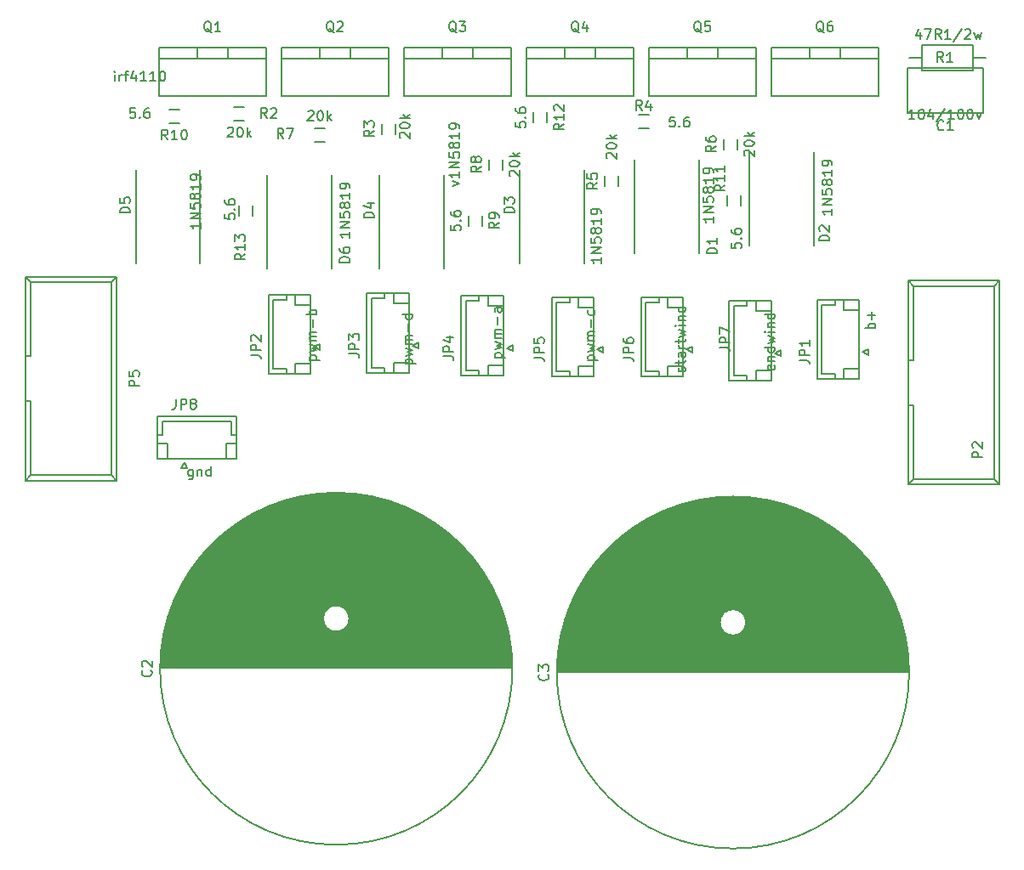
<source format=gto>
G04 #@! TF.FileFunction,Legend,Top*
%FSLAX46Y46*%
G04 Gerber Fmt 4.6, Leading zero omitted, Abs format (unit mm)*
G04 Created by KiCad (PCBNEW 4.0.4+e1-6308~48~ubuntu14.04.1-stable) date Sun Oct 16 21:10:46 2016*
%MOMM*%
%LPD*%
G01*
G04 APERTURE LIST*
%ADD10C,0.100000*%
%ADD11C,0.150000*%
G04 APERTURE END LIST*
D10*
D11*
X43031000Y-77470000D02*
X43031000Y-97790000D01*
X42481000Y-78010000D02*
X42481000Y-97230000D01*
X33931000Y-77470000D02*
X33931000Y-97790000D01*
X34481000Y-78010000D02*
X34481000Y-85380000D01*
X34481000Y-89880000D02*
X34481000Y-97230000D01*
X34481000Y-85380000D02*
X33931000Y-85380000D01*
X34481000Y-89880000D02*
X33931000Y-89880000D01*
X43031000Y-77470000D02*
X33931000Y-77470000D01*
X42481000Y-78010000D02*
X34481000Y-78010000D01*
X43031000Y-97790000D02*
X33931000Y-97790000D01*
X42481000Y-97230000D02*
X34481000Y-97230000D01*
X43031000Y-77470000D02*
X42481000Y-78010000D01*
X43031000Y-97790000D02*
X42481000Y-97230000D01*
X33931000Y-77470000D02*
X34481000Y-78010000D01*
X33931000Y-97790000D02*
X34481000Y-97230000D01*
X100990000Y-65842000D02*
X100990000Y-75142000D01*
X94590000Y-75142000D02*
X94590000Y-65842000D01*
X112420000Y-65080000D02*
X112420000Y-74380000D01*
X106020000Y-74380000D02*
X106020000Y-65080000D01*
X89560000Y-66858000D02*
X89560000Y-76158000D01*
X83160000Y-76158000D02*
X83160000Y-66858000D01*
X75590000Y-67366000D02*
X75590000Y-76666000D01*
X69190000Y-76666000D02*
X69190000Y-67366000D01*
X51333000Y-66858000D02*
X51333000Y-76158000D01*
X44933000Y-76158000D02*
X44933000Y-66858000D01*
X64414000Y-67366000D02*
X64414000Y-76666000D01*
X58014000Y-76666000D02*
X58014000Y-67366000D01*
X55745000Y-61889000D02*
X54745000Y-61889000D01*
X54745000Y-60539000D02*
X55745000Y-60539000D01*
X70779000Y-62238000D02*
X70779000Y-63238000D01*
X69429000Y-63238000D02*
X69429000Y-62238000D01*
X95004000Y-61301000D02*
X96004000Y-61301000D01*
X96004000Y-62651000D02*
X95004000Y-62651000D01*
X93004000Y-67445000D02*
X93004000Y-68445000D01*
X91654000Y-68445000D02*
X91654000Y-67445000D01*
X104815000Y-63762000D02*
X104815000Y-64762000D01*
X103465000Y-64762000D02*
X103465000Y-63762000D01*
X62746000Y-62698000D02*
X63746000Y-62698000D01*
X63746000Y-64048000D02*
X62746000Y-64048000D01*
X81447000Y-65794000D02*
X81447000Y-66794000D01*
X80097000Y-66794000D02*
X80097000Y-65794000D01*
X78065000Y-72382000D02*
X78065000Y-71382000D01*
X79415000Y-71382000D02*
X79415000Y-72382000D01*
X48268000Y-60793000D02*
X49268000Y-60793000D01*
X49268000Y-62143000D02*
X48268000Y-62143000D01*
X103846000Y-70350000D02*
X103846000Y-69350000D01*
X105196000Y-69350000D02*
X105196000Y-70350000D01*
X84542000Y-62095000D02*
X84542000Y-61095000D01*
X85892000Y-61095000D02*
X85892000Y-62095000D01*
X55205000Y-71366000D02*
X55205000Y-70366000D01*
X56555000Y-70366000D02*
X56555000Y-71366000D01*
X51054000Y-54610000D02*
X51054000Y-55753000D01*
X54102000Y-54610000D02*
X54102000Y-55753000D01*
X57912000Y-55753000D02*
X57912000Y-59436000D01*
X57912000Y-59436000D02*
X47244000Y-59436000D01*
X47244000Y-59436000D02*
X47244000Y-55753000D01*
X57912000Y-54610000D02*
X57912000Y-55753000D01*
X57912000Y-55753000D02*
X47244000Y-55753000D01*
X47244000Y-55753000D02*
X47244000Y-54610000D01*
X52578000Y-54610000D02*
X47244000Y-54610000D01*
X52578000Y-54610000D02*
X57912000Y-54610000D01*
X63246000Y-54610000D02*
X63246000Y-55753000D01*
X66294000Y-54610000D02*
X66294000Y-55753000D01*
X70104000Y-55753000D02*
X70104000Y-59436000D01*
X70104000Y-59436000D02*
X59436000Y-59436000D01*
X59436000Y-59436000D02*
X59436000Y-55753000D01*
X70104000Y-54610000D02*
X70104000Y-55753000D01*
X70104000Y-55753000D02*
X59436000Y-55753000D01*
X59436000Y-55753000D02*
X59436000Y-54610000D01*
X64770000Y-54610000D02*
X59436000Y-54610000D01*
X64770000Y-54610000D02*
X70104000Y-54610000D01*
X75438000Y-54610000D02*
X75438000Y-55753000D01*
X78486000Y-54610000D02*
X78486000Y-55753000D01*
X82296000Y-55753000D02*
X82296000Y-59436000D01*
X82296000Y-59436000D02*
X71628000Y-59436000D01*
X71628000Y-59436000D02*
X71628000Y-55753000D01*
X82296000Y-54610000D02*
X82296000Y-55753000D01*
X82296000Y-55753000D02*
X71628000Y-55753000D01*
X71628000Y-55753000D02*
X71628000Y-54610000D01*
X76962000Y-54610000D02*
X71628000Y-54610000D01*
X76962000Y-54610000D02*
X82296000Y-54610000D01*
X87630000Y-54610000D02*
X87630000Y-55753000D01*
X90678000Y-54610000D02*
X90678000Y-55753000D01*
X94488000Y-55753000D02*
X94488000Y-59436000D01*
X94488000Y-59436000D02*
X83820000Y-59436000D01*
X83820000Y-59436000D02*
X83820000Y-55753000D01*
X94488000Y-54610000D02*
X94488000Y-55753000D01*
X94488000Y-55753000D02*
X83820000Y-55753000D01*
X83820000Y-55753000D02*
X83820000Y-54610000D01*
X89154000Y-54610000D02*
X83820000Y-54610000D01*
X89154000Y-54610000D02*
X94488000Y-54610000D01*
X99822000Y-54610000D02*
X99822000Y-55753000D01*
X102870000Y-54610000D02*
X102870000Y-55753000D01*
X106680000Y-55753000D02*
X106680000Y-59436000D01*
X106680000Y-59436000D02*
X96012000Y-59436000D01*
X96012000Y-59436000D02*
X96012000Y-55753000D01*
X106680000Y-54610000D02*
X106680000Y-55753000D01*
X106680000Y-55753000D02*
X96012000Y-55753000D01*
X96012000Y-55753000D02*
X96012000Y-54610000D01*
X101346000Y-54610000D02*
X96012000Y-54610000D01*
X101346000Y-54610000D02*
X106680000Y-54610000D01*
X112014000Y-54610000D02*
X112014000Y-55753000D01*
X115062000Y-54610000D02*
X115062000Y-55753000D01*
X118872000Y-55753000D02*
X118872000Y-59436000D01*
X118872000Y-59436000D02*
X108204000Y-59436000D01*
X108204000Y-59436000D02*
X108204000Y-55753000D01*
X118872000Y-54610000D02*
X118872000Y-55753000D01*
X118872000Y-55753000D02*
X108204000Y-55753000D01*
X108204000Y-55753000D02*
X108204000Y-54610000D01*
X113538000Y-54610000D02*
X108204000Y-54610000D01*
X113538000Y-54610000D02*
X118872000Y-54610000D01*
X112754000Y-87663000D02*
X116954000Y-87663000D01*
X116954000Y-87663000D02*
X116954000Y-79763000D01*
X116954000Y-79763000D02*
X112754000Y-79763000D01*
X112754000Y-79763000D02*
X112754000Y-87663000D01*
X114554000Y-87663000D02*
X114554000Y-87163000D01*
X114554000Y-87163000D02*
X113254000Y-87163000D01*
X113254000Y-87163000D02*
X113254000Y-80263000D01*
X113254000Y-80263000D02*
X114554000Y-80263000D01*
X114554000Y-80263000D02*
X114554000Y-79763000D01*
X115454000Y-87663000D02*
X115454000Y-86663000D01*
X115454000Y-86663000D02*
X116954000Y-86663000D01*
X115454000Y-79763000D02*
X115454000Y-80763000D01*
X115454000Y-80763000D02*
X116954000Y-80763000D01*
X117304000Y-84963000D02*
X117904000Y-85263000D01*
X117904000Y-85263000D02*
X117904000Y-84663000D01*
X117904000Y-84663000D02*
X117304000Y-84963000D01*
X58144000Y-87155000D02*
X62344000Y-87155000D01*
X62344000Y-87155000D02*
X62344000Y-79255000D01*
X62344000Y-79255000D02*
X58144000Y-79255000D01*
X58144000Y-79255000D02*
X58144000Y-87155000D01*
X59944000Y-87155000D02*
X59944000Y-86655000D01*
X59944000Y-86655000D02*
X58644000Y-86655000D01*
X58644000Y-86655000D02*
X58644000Y-79755000D01*
X58644000Y-79755000D02*
X59944000Y-79755000D01*
X59944000Y-79755000D02*
X59944000Y-79255000D01*
X60844000Y-87155000D02*
X60844000Y-86155000D01*
X60844000Y-86155000D02*
X62344000Y-86155000D01*
X60844000Y-79255000D02*
X60844000Y-80255000D01*
X60844000Y-80255000D02*
X62344000Y-80255000D01*
X62694000Y-84455000D02*
X63294000Y-84755000D01*
X63294000Y-84755000D02*
X63294000Y-84155000D01*
X63294000Y-84155000D02*
X62694000Y-84455000D01*
X67923000Y-87028000D02*
X72123000Y-87028000D01*
X72123000Y-87028000D02*
X72123000Y-79128000D01*
X72123000Y-79128000D02*
X67923000Y-79128000D01*
X67923000Y-79128000D02*
X67923000Y-87028000D01*
X69723000Y-87028000D02*
X69723000Y-86528000D01*
X69723000Y-86528000D02*
X68423000Y-86528000D01*
X68423000Y-86528000D02*
X68423000Y-79628000D01*
X68423000Y-79628000D02*
X69723000Y-79628000D01*
X69723000Y-79628000D02*
X69723000Y-79128000D01*
X70623000Y-87028000D02*
X70623000Y-86028000D01*
X70623000Y-86028000D02*
X72123000Y-86028000D01*
X70623000Y-79128000D02*
X70623000Y-80128000D01*
X70623000Y-80128000D02*
X72123000Y-80128000D01*
X72473000Y-84328000D02*
X73073000Y-84628000D01*
X73073000Y-84628000D02*
X73073000Y-84028000D01*
X73073000Y-84028000D02*
X72473000Y-84328000D01*
X77321000Y-87282000D02*
X81521000Y-87282000D01*
X81521000Y-87282000D02*
X81521000Y-79382000D01*
X81521000Y-79382000D02*
X77321000Y-79382000D01*
X77321000Y-79382000D02*
X77321000Y-87282000D01*
X79121000Y-87282000D02*
X79121000Y-86782000D01*
X79121000Y-86782000D02*
X77821000Y-86782000D01*
X77821000Y-86782000D02*
X77821000Y-79882000D01*
X77821000Y-79882000D02*
X79121000Y-79882000D01*
X79121000Y-79882000D02*
X79121000Y-79382000D01*
X80021000Y-87282000D02*
X80021000Y-86282000D01*
X80021000Y-86282000D02*
X81521000Y-86282000D01*
X80021000Y-79382000D02*
X80021000Y-80382000D01*
X80021000Y-80382000D02*
X81521000Y-80382000D01*
X81871000Y-84582000D02*
X82471000Y-84882000D01*
X82471000Y-84882000D02*
X82471000Y-84282000D01*
X82471000Y-84282000D02*
X81871000Y-84582000D01*
X86338000Y-87409000D02*
X90538000Y-87409000D01*
X90538000Y-87409000D02*
X90538000Y-79509000D01*
X90538000Y-79509000D02*
X86338000Y-79509000D01*
X86338000Y-79509000D02*
X86338000Y-87409000D01*
X88138000Y-87409000D02*
X88138000Y-86909000D01*
X88138000Y-86909000D02*
X86838000Y-86909000D01*
X86838000Y-86909000D02*
X86838000Y-80009000D01*
X86838000Y-80009000D02*
X88138000Y-80009000D01*
X88138000Y-80009000D02*
X88138000Y-79509000D01*
X89038000Y-87409000D02*
X89038000Y-86409000D01*
X89038000Y-86409000D02*
X90538000Y-86409000D01*
X89038000Y-79509000D02*
X89038000Y-80509000D01*
X89038000Y-80509000D02*
X90538000Y-80509000D01*
X90888000Y-84709000D02*
X91488000Y-85009000D01*
X91488000Y-85009000D02*
X91488000Y-84409000D01*
X91488000Y-84409000D02*
X90888000Y-84709000D01*
X95228000Y-87409000D02*
X99428000Y-87409000D01*
X99428000Y-87409000D02*
X99428000Y-79509000D01*
X99428000Y-79509000D02*
X95228000Y-79509000D01*
X95228000Y-79509000D02*
X95228000Y-87409000D01*
X97028000Y-87409000D02*
X97028000Y-86909000D01*
X97028000Y-86909000D02*
X95728000Y-86909000D01*
X95728000Y-86909000D02*
X95728000Y-80009000D01*
X95728000Y-80009000D02*
X97028000Y-80009000D01*
X97028000Y-80009000D02*
X97028000Y-79509000D01*
X97928000Y-87409000D02*
X97928000Y-86409000D01*
X97928000Y-86409000D02*
X99428000Y-86409000D01*
X97928000Y-79509000D02*
X97928000Y-80509000D01*
X97928000Y-80509000D02*
X99428000Y-80509000D01*
X99778000Y-84709000D02*
X100378000Y-85009000D01*
X100378000Y-85009000D02*
X100378000Y-84409000D01*
X100378000Y-84409000D02*
X99778000Y-84709000D01*
X103991000Y-87790000D02*
X108191000Y-87790000D01*
X108191000Y-87790000D02*
X108191000Y-79890000D01*
X108191000Y-79890000D02*
X103991000Y-79890000D01*
X103991000Y-79890000D02*
X103991000Y-87790000D01*
X105791000Y-87790000D02*
X105791000Y-87290000D01*
X105791000Y-87290000D02*
X104491000Y-87290000D01*
X104491000Y-87290000D02*
X104491000Y-80390000D01*
X104491000Y-80390000D02*
X105791000Y-80390000D01*
X105791000Y-80390000D02*
X105791000Y-79890000D01*
X106691000Y-87790000D02*
X106691000Y-86790000D01*
X106691000Y-86790000D02*
X108191000Y-86790000D01*
X106691000Y-79890000D02*
X106691000Y-80890000D01*
X106691000Y-80890000D02*
X108191000Y-80890000D01*
X108541000Y-85090000D02*
X109141000Y-85390000D01*
X109141000Y-85390000D02*
X109141000Y-84790000D01*
X109141000Y-84790000D02*
X108541000Y-85090000D01*
X47084000Y-91418000D02*
X47084000Y-95618000D01*
X47084000Y-95618000D02*
X54984000Y-95618000D01*
X54984000Y-95618000D02*
X54984000Y-91418000D01*
X54984000Y-91418000D02*
X47084000Y-91418000D01*
X47084000Y-93218000D02*
X47584000Y-93218000D01*
X47584000Y-93218000D02*
X47584000Y-91918000D01*
X47584000Y-91918000D02*
X54484000Y-91918000D01*
X54484000Y-91918000D02*
X54484000Y-93218000D01*
X54484000Y-93218000D02*
X54984000Y-93218000D01*
X47084000Y-94118000D02*
X48084000Y-94118000D01*
X48084000Y-94118000D02*
X48084000Y-95618000D01*
X54984000Y-94118000D02*
X53984000Y-94118000D01*
X53984000Y-94118000D02*
X53984000Y-95618000D01*
X49784000Y-95968000D02*
X49484000Y-96568000D01*
X49484000Y-96568000D02*
X50084000Y-96568000D01*
X50084000Y-96568000D02*
X49784000Y-95968000D01*
X130915000Y-77851000D02*
X130915000Y-98171000D01*
X130365000Y-78391000D02*
X130365000Y-97611000D01*
X121815000Y-77851000D02*
X121815000Y-98171000D01*
X122365000Y-78391000D02*
X122365000Y-85761000D01*
X122365000Y-90261000D02*
X122365000Y-97611000D01*
X122365000Y-85761000D02*
X121815000Y-85761000D01*
X122365000Y-90261000D02*
X121815000Y-90261000D01*
X130915000Y-77851000D02*
X121815000Y-77851000D01*
X130365000Y-78391000D02*
X122365000Y-78391000D01*
X130915000Y-98171000D02*
X121815000Y-98171000D01*
X130365000Y-97611000D02*
X122365000Y-97611000D01*
X130915000Y-77851000D02*
X130365000Y-78391000D01*
X130915000Y-98171000D02*
X130365000Y-97611000D01*
X121815000Y-77851000D02*
X122365000Y-78391000D01*
X121815000Y-98171000D02*
X122365000Y-97611000D01*
X129266000Y-61178000D02*
X121766000Y-61178000D01*
X121766000Y-61178000D02*
X121766000Y-56678000D01*
X121766000Y-56678000D02*
X129266000Y-56678000D01*
X129266000Y-56678000D02*
X129266000Y-61178000D01*
X128270000Y-56896000D02*
X123190000Y-56896000D01*
X123190000Y-56896000D02*
X123190000Y-54356000D01*
X123190000Y-54356000D02*
X128270000Y-54356000D01*
X128270000Y-54356000D02*
X128270000Y-56896000D01*
X128270000Y-55626000D02*
X129540000Y-55626000D01*
X123190000Y-55626000D02*
X121920000Y-55626000D01*
X47397000Y-116464000D02*
X82397000Y-116464000D01*
X47398000Y-116324000D02*
X82396000Y-116324000D01*
X47401000Y-116184000D02*
X82393000Y-116184000D01*
X47404000Y-116044000D02*
X82390000Y-116044000D01*
X47409000Y-115904000D02*
X82385000Y-115904000D01*
X47414000Y-115764000D02*
X82380000Y-115764000D01*
X47421000Y-115624000D02*
X82373000Y-115624000D01*
X47429000Y-115484000D02*
X82365000Y-115484000D01*
X47438000Y-115344000D02*
X82356000Y-115344000D01*
X47448000Y-115204000D02*
X82346000Y-115204000D01*
X47459000Y-115064000D02*
X82335000Y-115064000D01*
X47472000Y-114924000D02*
X82322000Y-114924000D01*
X47485000Y-114784000D02*
X82309000Y-114784000D01*
X47500000Y-114644000D02*
X82294000Y-114644000D01*
X47516000Y-114504000D02*
X82278000Y-114504000D01*
X47533000Y-114364000D02*
X82261000Y-114364000D01*
X47551000Y-114224000D02*
X82243000Y-114224000D01*
X47570000Y-114084000D02*
X82224000Y-114084000D01*
X47590000Y-113944000D02*
X82204000Y-113944000D01*
X47612000Y-113804000D02*
X82182000Y-113804000D01*
X47635000Y-113664000D02*
X82159000Y-113664000D01*
X47659000Y-113524000D02*
X82135000Y-113524000D01*
X47684000Y-113384000D02*
X82110000Y-113384000D01*
X47710000Y-113244000D02*
X82084000Y-113244000D01*
X47737000Y-113104000D02*
X82057000Y-113104000D01*
X47766000Y-112964000D02*
X82028000Y-112964000D01*
X47796000Y-112824000D02*
X64700000Y-112824000D01*
X65094000Y-112824000D02*
X81998000Y-112824000D01*
X47827000Y-112684000D02*
X64281000Y-112684000D01*
X65513000Y-112684000D02*
X81967000Y-112684000D01*
X47859000Y-112544000D02*
X64072000Y-112544000D01*
X65722000Y-112544000D02*
X81935000Y-112544000D01*
X47893000Y-112404000D02*
X63927000Y-112404000D01*
X65867000Y-112404000D02*
X81901000Y-112404000D01*
X47927000Y-112264000D02*
X63818000Y-112264000D01*
X65976000Y-112264000D02*
X81867000Y-112264000D01*
X47963000Y-112124000D02*
X63736000Y-112124000D01*
X66058000Y-112124000D02*
X81831000Y-112124000D01*
X48000000Y-111984000D02*
X63676000Y-111984000D01*
X66118000Y-111984000D02*
X81794000Y-111984000D01*
X48039000Y-111844000D02*
X63633000Y-111844000D01*
X66161000Y-111844000D02*
X81755000Y-111844000D01*
X48078000Y-111704000D02*
X63608000Y-111704000D01*
X66186000Y-111704000D02*
X81716000Y-111704000D01*
X48119000Y-111564000D02*
X63597000Y-111564000D01*
X66197000Y-111564000D02*
X81675000Y-111564000D01*
X48161000Y-111424000D02*
X63602000Y-111424000D01*
X66192000Y-111424000D02*
X81633000Y-111424000D01*
X48205000Y-111284000D02*
X63622000Y-111284000D01*
X66172000Y-111284000D02*
X81589000Y-111284000D01*
X48249000Y-111144000D02*
X63658000Y-111144000D01*
X66136000Y-111144000D02*
X81545000Y-111144000D01*
X48295000Y-111004000D02*
X63712000Y-111004000D01*
X66082000Y-111004000D02*
X81499000Y-111004000D01*
X48343000Y-110864000D02*
X63786000Y-110864000D01*
X66008000Y-110864000D02*
X81451000Y-110864000D01*
X48391000Y-110724000D02*
X63884000Y-110724000D01*
X65910000Y-110724000D02*
X81403000Y-110724000D01*
X48441000Y-110584000D02*
X64015000Y-110584000D01*
X65779000Y-110584000D02*
X81353000Y-110584000D01*
X48493000Y-110444000D02*
X64196000Y-110444000D01*
X65598000Y-110444000D02*
X81301000Y-110444000D01*
X48545000Y-110304000D02*
X64491000Y-110304000D01*
X65303000Y-110304000D02*
X81249000Y-110304000D01*
X48599000Y-110164000D02*
X81195000Y-110164000D01*
X48655000Y-110024000D02*
X81139000Y-110024000D01*
X48712000Y-109884000D02*
X81082000Y-109884000D01*
X48770000Y-109744000D02*
X81024000Y-109744000D01*
X48830000Y-109604000D02*
X80964000Y-109604000D01*
X48891000Y-109464000D02*
X80903000Y-109464000D01*
X48954000Y-109324000D02*
X80840000Y-109324000D01*
X49018000Y-109184000D02*
X80776000Y-109184000D01*
X49083000Y-109044000D02*
X80711000Y-109044000D01*
X49150000Y-108904000D02*
X80644000Y-108904000D01*
X49219000Y-108764000D02*
X80575000Y-108764000D01*
X49289000Y-108624000D02*
X80505000Y-108624000D01*
X49361000Y-108484000D02*
X80433000Y-108484000D01*
X49434000Y-108344000D02*
X80360000Y-108344000D01*
X49509000Y-108204000D02*
X80285000Y-108204000D01*
X49586000Y-108064000D02*
X80208000Y-108064000D01*
X49664000Y-107924000D02*
X80130000Y-107924000D01*
X49744000Y-107784000D02*
X80050000Y-107784000D01*
X49826000Y-107644000D02*
X79968000Y-107644000D01*
X49910000Y-107504000D02*
X79884000Y-107504000D01*
X49995000Y-107364000D02*
X79799000Y-107364000D01*
X50082000Y-107224000D02*
X79712000Y-107224000D01*
X50171000Y-107084000D02*
X79623000Y-107084000D01*
X50262000Y-106944000D02*
X79532000Y-106944000D01*
X50355000Y-106804000D02*
X79439000Y-106804000D01*
X50449000Y-106664000D02*
X79345000Y-106664000D01*
X50546000Y-106524000D02*
X79248000Y-106524000D01*
X50645000Y-106384000D02*
X79149000Y-106384000D01*
X50746000Y-106244000D02*
X79048000Y-106244000D01*
X50848000Y-106104000D02*
X78946000Y-106104000D01*
X50954000Y-105964000D02*
X78840000Y-105964000D01*
X51061000Y-105824000D02*
X78733000Y-105824000D01*
X51170000Y-105684000D02*
X78624000Y-105684000D01*
X51282000Y-105544000D02*
X78512000Y-105544000D01*
X51397000Y-105404000D02*
X78397000Y-105404000D01*
X51513000Y-105264000D02*
X78281000Y-105264000D01*
X51632000Y-105124000D02*
X78162000Y-105124000D01*
X51754000Y-104984000D02*
X78040000Y-104984000D01*
X51879000Y-104844000D02*
X77915000Y-104844000D01*
X52006000Y-104704000D02*
X77788000Y-104704000D01*
X52136000Y-104564000D02*
X77658000Y-104564000D01*
X52269000Y-104424000D02*
X77525000Y-104424000D01*
X52404000Y-104284000D02*
X77390000Y-104284000D01*
X52543000Y-104144000D02*
X77251000Y-104144000D01*
X52685000Y-104004000D02*
X77109000Y-104004000D01*
X52831000Y-103864000D02*
X76963000Y-103864000D01*
X52980000Y-103724000D02*
X76814000Y-103724000D01*
X53132000Y-103584000D02*
X76662000Y-103584000D01*
X53288000Y-103444000D02*
X76506000Y-103444000D01*
X53448000Y-103304000D02*
X76346000Y-103304000D01*
X53612000Y-103164000D02*
X76182000Y-103164000D01*
X53780000Y-103024000D02*
X76014000Y-103024000D01*
X53952000Y-102884000D02*
X75842000Y-102884000D01*
X54129000Y-102744000D02*
X75665000Y-102744000D01*
X54311000Y-102604000D02*
X75483000Y-102604000D01*
X54498000Y-102464000D02*
X75296000Y-102464000D01*
X54690000Y-102324000D02*
X75104000Y-102324000D01*
X54888000Y-102184000D02*
X74906000Y-102184000D01*
X55092000Y-102044000D02*
X74702000Y-102044000D01*
X55302000Y-101904000D02*
X74492000Y-101904000D01*
X55519000Y-101764000D02*
X74275000Y-101764000D01*
X55743000Y-101624000D02*
X74051000Y-101624000D01*
X55975000Y-101484000D02*
X73819000Y-101484000D01*
X56216000Y-101344000D02*
X73578000Y-101344000D01*
X56466000Y-101204000D02*
X73328000Y-101204000D01*
X56725000Y-101064000D02*
X73069000Y-101064000D01*
X56996000Y-100924000D02*
X72798000Y-100924000D01*
X57279000Y-100784000D02*
X72515000Y-100784000D01*
X57576000Y-100644000D02*
X72218000Y-100644000D01*
X57888000Y-100504000D02*
X71906000Y-100504000D01*
X58217000Y-100364000D02*
X71577000Y-100364000D01*
X58567000Y-100224000D02*
X71227000Y-100224000D01*
X58940000Y-100084000D02*
X70854000Y-100084000D01*
X59342000Y-99944000D02*
X70452000Y-99944000D01*
X59779000Y-99804000D02*
X70015000Y-99804000D01*
X60262000Y-99664000D02*
X69532000Y-99664000D01*
X60806000Y-99524000D02*
X68988000Y-99524000D01*
X61439000Y-99384000D02*
X68355000Y-99384000D01*
X62226000Y-99244000D02*
X67568000Y-99244000D01*
X63390000Y-99104000D02*
X66404000Y-99104000D01*
X66197000Y-111539000D02*
G75*
G03X66197000Y-111539000I-1300000J0D01*
G01*
X82434500Y-116539000D02*
G75*
G03X82434500Y-116539000I-17537500J0D01*
G01*
X86894000Y-116845000D02*
X121894000Y-116845000D01*
X86895000Y-116705000D02*
X121893000Y-116705000D01*
X86898000Y-116565000D02*
X121890000Y-116565000D01*
X86901000Y-116425000D02*
X121887000Y-116425000D01*
X86906000Y-116285000D02*
X121882000Y-116285000D01*
X86911000Y-116145000D02*
X121877000Y-116145000D01*
X86918000Y-116005000D02*
X121870000Y-116005000D01*
X86926000Y-115865000D02*
X121862000Y-115865000D01*
X86935000Y-115725000D02*
X121853000Y-115725000D01*
X86945000Y-115585000D02*
X121843000Y-115585000D01*
X86956000Y-115445000D02*
X121832000Y-115445000D01*
X86969000Y-115305000D02*
X121819000Y-115305000D01*
X86982000Y-115165000D02*
X121806000Y-115165000D01*
X86997000Y-115025000D02*
X121791000Y-115025000D01*
X87013000Y-114885000D02*
X121775000Y-114885000D01*
X87030000Y-114745000D02*
X121758000Y-114745000D01*
X87048000Y-114605000D02*
X121740000Y-114605000D01*
X87067000Y-114465000D02*
X121721000Y-114465000D01*
X87087000Y-114325000D02*
X121701000Y-114325000D01*
X87109000Y-114185000D02*
X121679000Y-114185000D01*
X87132000Y-114045000D02*
X121656000Y-114045000D01*
X87156000Y-113905000D02*
X121632000Y-113905000D01*
X87181000Y-113765000D02*
X121607000Y-113765000D01*
X87207000Y-113625000D02*
X121581000Y-113625000D01*
X87234000Y-113485000D02*
X121554000Y-113485000D01*
X87263000Y-113345000D02*
X121525000Y-113345000D01*
X87293000Y-113205000D02*
X104197000Y-113205000D01*
X104591000Y-113205000D02*
X121495000Y-113205000D01*
X87324000Y-113065000D02*
X103778000Y-113065000D01*
X105010000Y-113065000D02*
X121464000Y-113065000D01*
X87356000Y-112925000D02*
X103569000Y-112925000D01*
X105219000Y-112925000D02*
X121432000Y-112925000D01*
X87390000Y-112785000D02*
X103424000Y-112785000D01*
X105364000Y-112785000D02*
X121398000Y-112785000D01*
X87424000Y-112645000D02*
X103315000Y-112645000D01*
X105473000Y-112645000D02*
X121364000Y-112645000D01*
X87460000Y-112505000D02*
X103233000Y-112505000D01*
X105555000Y-112505000D02*
X121328000Y-112505000D01*
X87497000Y-112365000D02*
X103173000Y-112365000D01*
X105615000Y-112365000D02*
X121291000Y-112365000D01*
X87536000Y-112225000D02*
X103130000Y-112225000D01*
X105658000Y-112225000D02*
X121252000Y-112225000D01*
X87575000Y-112085000D02*
X103105000Y-112085000D01*
X105683000Y-112085000D02*
X121213000Y-112085000D01*
X87616000Y-111945000D02*
X103094000Y-111945000D01*
X105694000Y-111945000D02*
X121172000Y-111945000D01*
X87658000Y-111805000D02*
X103099000Y-111805000D01*
X105689000Y-111805000D02*
X121130000Y-111805000D01*
X87702000Y-111665000D02*
X103119000Y-111665000D01*
X105669000Y-111665000D02*
X121086000Y-111665000D01*
X87746000Y-111525000D02*
X103155000Y-111525000D01*
X105633000Y-111525000D02*
X121042000Y-111525000D01*
X87792000Y-111385000D02*
X103209000Y-111385000D01*
X105579000Y-111385000D02*
X120996000Y-111385000D01*
X87840000Y-111245000D02*
X103283000Y-111245000D01*
X105505000Y-111245000D02*
X120948000Y-111245000D01*
X87888000Y-111105000D02*
X103381000Y-111105000D01*
X105407000Y-111105000D02*
X120900000Y-111105000D01*
X87938000Y-110965000D02*
X103512000Y-110965000D01*
X105276000Y-110965000D02*
X120850000Y-110965000D01*
X87990000Y-110825000D02*
X103693000Y-110825000D01*
X105095000Y-110825000D02*
X120798000Y-110825000D01*
X88042000Y-110685000D02*
X103988000Y-110685000D01*
X104800000Y-110685000D02*
X120746000Y-110685000D01*
X88096000Y-110545000D02*
X120692000Y-110545000D01*
X88152000Y-110405000D02*
X120636000Y-110405000D01*
X88209000Y-110265000D02*
X120579000Y-110265000D01*
X88267000Y-110125000D02*
X120521000Y-110125000D01*
X88327000Y-109985000D02*
X120461000Y-109985000D01*
X88388000Y-109845000D02*
X120400000Y-109845000D01*
X88451000Y-109705000D02*
X120337000Y-109705000D01*
X88515000Y-109565000D02*
X120273000Y-109565000D01*
X88580000Y-109425000D02*
X120208000Y-109425000D01*
X88647000Y-109285000D02*
X120141000Y-109285000D01*
X88716000Y-109145000D02*
X120072000Y-109145000D01*
X88786000Y-109005000D02*
X120002000Y-109005000D01*
X88858000Y-108865000D02*
X119930000Y-108865000D01*
X88931000Y-108725000D02*
X119857000Y-108725000D01*
X89006000Y-108585000D02*
X119782000Y-108585000D01*
X89083000Y-108445000D02*
X119705000Y-108445000D01*
X89161000Y-108305000D02*
X119627000Y-108305000D01*
X89241000Y-108165000D02*
X119547000Y-108165000D01*
X89323000Y-108025000D02*
X119465000Y-108025000D01*
X89407000Y-107885000D02*
X119381000Y-107885000D01*
X89492000Y-107745000D02*
X119296000Y-107745000D01*
X89579000Y-107605000D02*
X119209000Y-107605000D01*
X89668000Y-107465000D02*
X119120000Y-107465000D01*
X89759000Y-107325000D02*
X119029000Y-107325000D01*
X89852000Y-107185000D02*
X118936000Y-107185000D01*
X89946000Y-107045000D02*
X118842000Y-107045000D01*
X90043000Y-106905000D02*
X118745000Y-106905000D01*
X90142000Y-106765000D02*
X118646000Y-106765000D01*
X90243000Y-106625000D02*
X118545000Y-106625000D01*
X90345000Y-106485000D02*
X118443000Y-106485000D01*
X90451000Y-106345000D02*
X118337000Y-106345000D01*
X90558000Y-106205000D02*
X118230000Y-106205000D01*
X90667000Y-106065000D02*
X118121000Y-106065000D01*
X90779000Y-105925000D02*
X118009000Y-105925000D01*
X90894000Y-105785000D02*
X117894000Y-105785000D01*
X91010000Y-105645000D02*
X117778000Y-105645000D01*
X91129000Y-105505000D02*
X117659000Y-105505000D01*
X91251000Y-105365000D02*
X117537000Y-105365000D01*
X91376000Y-105225000D02*
X117412000Y-105225000D01*
X91503000Y-105085000D02*
X117285000Y-105085000D01*
X91633000Y-104945000D02*
X117155000Y-104945000D01*
X91766000Y-104805000D02*
X117022000Y-104805000D01*
X91901000Y-104665000D02*
X116887000Y-104665000D01*
X92040000Y-104525000D02*
X116748000Y-104525000D01*
X92182000Y-104385000D02*
X116606000Y-104385000D01*
X92328000Y-104245000D02*
X116460000Y-104245000D01*
X92477000Y-104105000D02*
X116311000Y-104105000D01*
X92629000Y-103965000D02*
X116159000Y-103965000D01*
X92785000Y-103825000D02*
X116003000Y-103825000D01*
X92945000Y-103685000D02*
X115843000Y-103685000D01*
X93109000Y-103545000D02*
X115679000Y-103545000D01*
X93277000Y-103405000D02*
X115511000Y-103405000D01*
X93449000Y-103265000D02*
X115339000Y-103265000D01*
X93626000Y-103125000D02*
X115162000Y-103125000D01*
X93808000Y-102985000D02*
X114980000Y-102985000D01*
X93995000Y-102845000D02*
X114793000Y-102845000D01*
X94187000Y-102705000D02*
X114601000Y-102705000D01*
X94385000Y-102565000D02*
X114403000Y-102565000D01*
X94589000Y-102425000D02*
X114199000Y-102425000D01*
X94799000Y-102285000D02*
X113989000Y-102285000D01*
X95016000Y-102145000D02*
X113772000Y-102145000D01*
X95240000Y-102005000D02*
X113548000Y-102005000D01*
X95472000Y-101865000D02*
X113316000Y-101865000D01*
X95713000Y-101725000D02*
X113075000Y-101725000D01*
X95963000Y-101585000D02*
X112825000Y-101585000D01*
X96222000Y-101445000D02*
X112566000Y-101445000D01*
X96493000Y-101305000D02*
X112295000Y-101305000D01*
X96776000Y-101165000D02*
X112012000Y-101165000D01*
X97073000Y-101025000D02*
X111715000Y-101025000D01*
X97385000Y-100885000D02*
X111403000Y-100885000D01*
X97714000Y-100745000D02*
X111074000Y-100745000D01*
X98064000Y-100605000D02*
X110724000Y-100605000D01*
X98437000Y-100465000D02*
X110351000Y-100465000D01*
X98839000Y-100325000D02*
X109949000Y-100325000D01*
X99276000Y-100185000D02*
X109512000Y-100185000D01*
X99759000Y-100045000D02*
X109029000Y-100045000D01*
X100303000Y-99905000D02*
X108485000Y-99905000D01*
X100936000Y-99765000D02*
X107852000Y-99765000D01*
X101723000Y-99625000D02*
X107065000Y-99625000D01*
X102887000Y-99485000D02*
X105901000Y-99485000D01*
X105694000Y-111920000D02*
G75*
G03X105694000Y-111920000I-1300000J0D01*
G01*
X121931500Y-116920000D02*
G75*
G03X121931500Y-116920000I-17537500J0D01*
G01*
X45283381Y-88368095D02*
X44283381Y-88368095D01*
X44283381Y-87987142D01*
X44331000Y-87891904D01*
X44378619Y-87844285D01*
X44473857Y-87796666D01*
X44616714Y-87796666D01*
X44711952Y-87844285D01*
X44759571Y-87891904D01*
X44807190Y-87987142D01*
X44807190Y-88368095D01*
X44283381Y-86891904D02*
X44283381Y-87368095D01*
X44759571Y-87415714D01*
X44711952Y-87368095D01*
X44664333Y-87272857D01*
X44664333Y-87034761D01*
X44711952Y-86939523D01*
X44759571Y-86891904D01*
X44854810Y-86844285D01*
X45092905Y-86844285D01*
X45188143Y-86891904D01*
X45235762Y-86939523D01*
X45283381Y-87034761D01*
X45283381Y-87272857D01*
X45235762Y-87368095D01*
X45188143Y-87415714D01*
X102814381Y-75160095D02*
X101814381Y-75160095D01*
X101814381Y-74922000D01*
X101862000Y-74779142D01*
X101957238Y-74683904D01*
X102052476Y-74636285D01*
X102242952Y-74588666D01*
X102385810Y-74588666D01*
X102576286Y-74636285D01*
X102671524Y-74683904D01*
X102766762Y-74779142D01*
X102814381Y-74922000D01*
X102814381Y-75160095D01*
X102814381Y-73636285D02*
X102814381Y-74207714D01*
X102814381Y-73922000D02*
X101814381Y-73922000D01*
X101957238Y-74017238D01*
X102052476Y-74112476D01*
X102100095Y-74207714D01*
X102433381Y-71484857D02*
X102433381Y-72056286D01*
X102433381Y-71770572D02*
X101433381Y-71770572D01*
X101576238Y-71865810D01*
X101671476Y-71961048D01*
X101719095Y-72056286D01*
X102433381Y-71056286D02*
X101433381Y-71056286D01*
X102433381Y-70484857D01*
X101433381Y-70484857D01*
X101433381Y-69532476D02*
X101433381Y-70008667D01*
X101909571Y-70056286D01*
X101861952Y-70008667D01*
X101814333Y-69913429D01*
X101814333Y-69675333D01*
X101861952Y-69580095D01*
X101909571Y-69532476D01*
X102004810Y-69484857D01*
X102242905Y-69484857D01*
X102338143Y-69532476D01*
X102385762Y-69580095D01*
X102433381Y-69675333D01*
X102433381Y-69913429D01*
X102385762Y-70008667D01*
X102338143Y-70056286D01*
X101861952Y-68913429D02*
X101814333Y-69008667D01*
X101766714Y-69056286D01*
X101671476Y-69103905D01*
X101623857Y-69103905D01*
X101528619Y-69056286D01*
X101481000Y-69008667D01*
X101433381Y-68913429D01*
X101433381Y-68722952D01*
X101481000Y-68627714D01*
X101528619Y-68580095D01*
X101623857Y-68532476D01*
X101671476Y-68532476D01*
X101766714Y-68580095D01*
X101814333Y-68627714D01*
X101861952Y-68722952D01*
X101861952Y-68913429D01*
X101909571Y-69008667D01*
X101957190Y-69056286D01*
X102052429Y-69103905D01*
X102242905Y-69103905D01*
X102338143Y-69056286D01*
X102385762Y-69008667D01*
X102433381Y-68913429D01*
X102433381Y-68722952D01*
X102385762Y-68627714D01*
X102338143Y-68580095D01*
X102242905Y-68532476D01*
X102052429Y-68532476D01*
X101957190Y-68580095D01*
X101909571Y-68627714D01*
X101861952Y-68722952D01*
X102433381Y-67580095D02*
X102433381Y-68151524D01*
X102433381Y-67865810D02*
X101433381Y-67865810D01*
X101576238Y-67961048D01*
X101671476Y-68056286D01*
X101719095Y-68151524D01*
X102433381Y-67103905D02*
X102433381Y-66913429D01*
X102385762Y-66818190D01*
X102338143Y-66770571D01*
X102195286Y-66675333D01*
X102004810Y-66627714D01*
X101623857Y-66627714D01*
X101528619Y-66675333D01*
X101481000Y-66722952D01*
X101433381Y-66818190D01*
X101433381Y-67008667D01*
X101481000Y-67103905D01*
X101528619Y-67151524D01*
X101623857Y-67199143D01*
X101861952Y-67199143D01*
X101957190Y-67151524D01*
X102004810Y-67103905D01*
X102052429Y-67008667D01*
X102052429Y-66818190D01*
X102004810Y-66722952D01*
X101957190Y-66675333D01*
X101861952Y-66627714D01*
X113990381Y-73890095D02*
X112990381Y-73890095D01*
X112990381Y-73652000D01*
X113038000Y-73509142D01*
X113133238Y-73413904D01*
X113228476Y-73366285D01*
X113418952Y-73318666D01*
X113561810Y-73318666D01*
X113752286Y-73366285D01*
X113847524Y-73413904D01*
X113942762Y-73509142D01*
X113990381Y-73652000D01*
X113990381Y-73890095D01*
X113085619Y-72937714D02*
X113038000Y-72890095D01*
X112990381Y-72794857D01*
X112990381Y-72556761D01*
X113038000Y-72461523D01*
X113085619Y-72413904D01*
X113180857Y-72366285D01*
X113276095Y-72366285D01*
X113418952Y-72413904D01*
X113990381Y-72985333D01*
X113990381Y-72366285D01*
X114272381Y-70722857D02*
X114272381Y-71294286D01*
X114272381Y-71008572D02*
X113272381Y-71008572D01*
X113415238Y-71103810D01*
X113510476Y-71199048D01*
X113558095Y-71294286D01*
X114272381Y-70294286D02*
X113272381Y-70294286D01*
X114272381Y-69722857D01*
X113272381Y-69722857D01*
X113272381Y-68770476D02*
X113272381Y-69246667D01*
X113748571Y-69294286D01*
X113700952Y-69246667D01*
X113653333Y-69151429D01*
X113653333Y-68913333D01*
X113700952Y-68818095D01*
X113748571Y-68770476D01*
X113843810Y-68722857D01*
X114081905Y-68722857D01*
X114177143Y-68770476D01*
X114224762Y-68818095D01*
X114272381Y-68913333D01*
X114272381Y-69151429D01*
X114224762Y-69246667D01*
X114177143Y-69294286D01*
X113700952Y-68151429D02*
X113653333Y-68246667D01*
X113605714Y-68294286D01*
X113510476Y-68341905D01*
X113462857Y-68341905D01*
X113367619Y-68294286D01*
X113320000Y-68246667D01*
X113272381Y-68151429D01*
X113272381Y-67960952D01*
X113320000Y-67865714D01*
X113367619Y-67818095D01*
X113462857Y-67770476D01*
X113510476Y-67770476D01*
X113605714Y-67818095D01*
X113653333Y-67865714D01*
X113700952Y-67960952D01*
X113700952Y-68151429D01*
X113748571Y-68246667D01*
X113796190Y-68294286D01*
X113891429Y-68341905D01*
X114081905Y-68341905D01*
X114177143Y-68294286D01*
X114224762Y-68246667D01*
X114272381Y-68151429D01*
X114272381Y-67960952D01*
X114224762Y-67865714D01*
X114177143Y-67818095D01*
X114081905Y-67770476D01*
X113891429Y-67770476D01*
X113796190Y-67818095D01*
X113748571Y-67865714D01*
X113700952Y-67960952D01*
X114272381Y-66818095D02*
X114272381Y-67389524D01*
X114272381Y-67103810D02*
X113272381Y-67103810D01*
X113415238Y-67199048D01*
X113510476Y-67294286D01*
X113558095Y-67389524D01*
X114272381Y-66341905D02*
X114272381Y-66151429D01*
X114224762Y-66056190D01*
X114177143Y-66008571D01*
X114034286Y-65913333D01*
X113843810Y-65865714D01*
X113462857Y-65865714D01*
X113367619Y-65913333D01*
X113320000Y-65960952D01*
X113272381Y-66056190D01*
X113272381Y-66246667D01*
X113320000Y-66341905D01*
X113367619Y-66389524D01*
X113462857Y-66437143D01*
X113700952Y-66437143D01*
X113796190Y-66389524D01*
X113843810Y-66341905D01*
X113891429Y-66246667D01*
X113891429Y-66056190D01*
X113843810Y-65960952D01*
X113796190Y-65913333D01*
X113700952Y-65865714D01*
X82612381Y-71096095D02*
X81612381Y-71096095D01*
X81612381Y-70858000D01*
X81660000Y-70715142D01*
X81755238Y-70619904D01*
X81850476Y-70572285D01*
X82040952Y-70524666D01*
X82183810Y-70524666D01*
X82374286Y-70572285D01*
X82469524Y-70619904D01*
X82564762Y-70715142D01*
X82612381Y-70858000D01*
X82612381Y-71096095D01*
X81612381Y-70191333D02*
X81612381Y-69572285D01*
X81993333Y-69905619D01*
X81993333Y-69762761D01*
X82040952Y-69667523D01*
X82088571Y-69619904D01*
X82183810Y-69572285D01*
X82421905Y-69572285D01*
X82517143Y-69619904D01*
X82564762Y-69667523D01*
X82612381Y-69762761D01*
X82612381Y-70048476D01*
X82564762Y-70143714D01*
X82517143Y-70191333D01*
X91257381Y-75548857D02*
X91257381Y-76120286D01*
X91257381Y-75834572D02*
X90257381Y-75834572D01*
X90400238Y-75929810D01*
X90495476Y-76025048D01*
X90543095Y-76120286D01*
X91257381Y-75120286D02*
X90257381Y-75120286D01*
X91257381Y-74548857D01*
X90257381Y-74548857D01*
X90257381Y-73596476D02*
X90257381Y-74072667D01*
X90733571Y-74120286D01*
X90685952Y-74072667D01*
X90638333Y-73977429D01*
X90638333Y-73739333D01*
X90685952Y-73644095D01*
X90733571Y-73596476D01*
X90828810Y-73548857D01*
X91066905Y-73548857D01*
X91162143Y-73596476D01*
X91209762Y-73644095D01*
X91257381Y-73739333D01*
X91257381Y-73977429D01*
X91209762Y-74072667D01*
X91162143Y-74120286D01*
X90685952Y-72977429D02*
X90638333Y-73072667D01*
X90590714Y-73120286D01*
X90495476Y-73167905D01*
X90447857Y-73167905D01*
X90352619Y-73120286D01*
X90305000Y-73072667D01*
X90257381Y-72977429D01*
X90257381Y-72786952D01*
X90305000Y-72691714D01*
X90352619Y-72644095D01*
X90447857Y-72596476D01*
X90495476Y-72596476D01*
X90590714Y-72644095D01*
X90638333Y-72691714D01*
X90685952Y-72786952D01*
X90685952Y-72977429D01*
X90733571Y-73072667D01*
X90781190Y-73120286D01*
X90876429Y-73167905D01*
X91066905Y-73167905D01*
X91162143Y-73120286D01*
X91209762Y-73072667D01*
X91257381Y-72977429D01*
X91257381Y-72786952D01*
X91209762Y-72691714D01*
X91162143Y-72644095D01*
X91066905Y-72596476D01*
X90876429Y-72596476D01*
X90781190Y-72644095D01*
X90733571Y-72691714D01*
X90685952Y-72786952D01*
X91257381Y-71644095D02*
X91257381Y-72215524D01*
X91257381Y-71929810D02*
X90257381Y-71929810D01*
X90400238Y-72025048D01*
X90495476Y-72120286D01*
X90543095Y-72215524D01*
X91257381Y-71167905D02*
X91257381Y-70977429D01*
X91209762Y-70882190D01*
X91162143Y-70834571D01*
X91019286Y-70739333D01*
X90828810Y-70691714D01*
X90447857Y-70691714D01*
X90352619Y-70739333D01*
X90305000Y-70786952D01*
X90257381Y-70882190D01*
X90257381Y-71072667D01*
X90305000Y-71167905D01*
X90352619Y-71215524D01*
X90447857Y-71263143D01*
X90685952Y-71263143D01*
X90781190Y-71215524D01*
X90828810Y-71167905D01*
X90876429Y-71072667D01*
X90876429Y-70882190D01*
X90828810Y-70786952D01*
X90781190Y-70739333D01*
X90685952Y-70691714D01*
X68642381Y-71604095D02*
X67642381Y-71604095D01*
X67642381Y-71366000D01*
X67690000Y-71223142D01*
X67785238Y-71127904D01*
X67880476Y-71080285D01*
X68070952Y-71032666D01*
X68213810Y-71032666D01*
X68404286Y-71080285D01*
X68499524Y-71127904D01*
X68594762Y-71223142D01*
X68642381Y-71366000D01*
X68642381Y-71604095D01*
X67975714Y-70175523D02*
X68642381Y-70175523D01*
X67594762Y-70413619D02*
X68309048Y-70651714D01*
X68309048Y-70032666D01*
X76493714Y-68420857D02*
X77160381Y-68182762D01*
X76493714Y-67944666D01*
X77160381Y-67039904D02*
X77160381Y-67611333D01*
X77160381Y-67325619D02*
X76160381Y-67325619D01*
X76303238Y-67420857D01*
X76398476Y-67516095D01*
X76446095Y-67611333D01*
X77160381Y-66611333D02*
X76160381Y-66611333D01*
X77160381Y-66039904D01*
X76160381Y-66039904D01*
X76160381Y-65087523D02*
X76160381Y-65563714D01*
X76636571Y-65611333D01*
X76588952Y-65563714D01*
X76541333Y-65468476D01*
X76541333Y-65230380D01*
X76588952Y-65135142D01*
X76636571Y-65087523D01*
X76731810Y-65039904D01*
X76969905Y-65039904D01*
X77065143Y-65087523D01*
X77112762Y-65135142D01*
X77160381Y-65230380D01*
X77160381Y-65468476D01*
X77112762Y-65563714D01*
X77065143Y-65611333D01*
X76588952Y-64468476D02*
X76541333Y-64563714D01*
X76493714Y-64611333D01*
X76398476Y-64658952D01*
X76350857Y-64658952D01*
X76255619Y-64611333D01*
X76208000Y-64563714D01*
X76160381Y-64468476D01*
X76160381Y-64277999D01*
X76208000Y-64182761D01*
X76255619Y-64135142D01*
X76350857Y-64087523D01*
X76398476Y-64087523D01*
X76493714Y-64135142D01*
X76541333Y-64182761D01*
X76588952Y-64277999D01*
X76588952Y-64468476D01*
X76636571Y-64563714D01*
X76684190Y-64611333D01*
X76779429Y-64658952D01*
X76969905Y-64658952D01*
X77065143Y-64611333D01*
X77112762Y-64563714D01*
X77160381Y-64468476D01*
X77160381Y-64277999D01*
X77112762Y-64182761D01*
X77065143Y-64135142D01*
X76969905Y-64087523D01*
X76779429Y-64087523D01*
X76684190Y-64135142D01*
X76636571Y-64182761D01*
X76588952Y-64277999D01*
X77160381Y-63135142D02*
X77160381Y-63706571D01*
X77160381Y-63420857D02*
X76160381Y-63420857D01*
X76303238Y-63516095D01*
X76398476Y-63611333D01*
X76446095Y-63706571D01*
X77160381Y-62658952D02*
X77160381Y-62468476D01*
X77112762Y-62373237D01*
X77065143Y-62325618D01*
X76922286Y-62230380D01*
X76731810Y-62182761D01*
X76350857Y-62182761D01*
X76255619Y-62230380D01*
X76208000Y-62277999D01*
X76160381Y-62373237D01*
X76160381Y-62563714D01*
X76208000Y-62658952D01*
X76255619Y-62706571D01*
X76350857Y-62754190D01*
X76588952Y-62754190D01*
X76684190Y-62706571D01*
X76731810Y-62658952D01*
X76779429Y-62563714D01*
X76779429Y-62373237D01*
X76731810Y-62277999D01*
X76684190Y-62230380D01*
X76588952Y-62182761D01*
X44385381Y-71096095D02*
X43385381Y-71096095D01*
X43385381Y-70858000D01*
X43433000Y-70715142D01*
X43528238Y-70619904D01*
X43623476Y-70572285D01*
X43813952Y-70524666D01*
X43956810Y-70524666D01*
X44147286Y-70572285D01*
X44242524Y-70619904D01*
X44337762Y-70715142D01*
X44385381Y-70858000D01*
X44385381Y-71096095D01*
X43385381Y-69619904D02*
X43385381Y-70096095D01*
X43861571Y-70143714D01*
X43813952Y-70096095D01*
X43766333Y-70000857D01*
X43766333Y-69762761D01*
X43813952Y-69667523D01*
X43861571Y-69619904D01*
X43956810Y-69572285D01*
X44194905Y-69572285D01*
X44290143Y-69619904D01*
X44337762Y-69667523D01*
X44385381Y-69762761D01*
X44385381Y-70000857D01*
X44337762Y-70096095D01*
X44290143Y-70143714D01*
X51379381Y-72119857D02*
X51379381Y-72691286D01*
X51379381Y-72405572D02*
X50379381Y-72405572D01*
X50522238Y-72500810D01*
X50617476Y-72596048D01*
X50665095Y-72691286D01*
X51379381Y-71691286D02*
X50379381Y-71691286D01*
X51379381Y-71119857D01*
X50379381Y-71119857D01*
X50379381Y-70167476D02*
X50379381Y-70643667D01*
X50855571Y-70691286D01*
X50807952Y-70643667D01*
X50760333Y-70548429D01*
X50760333Y-70310333D01*
X50807952Y-70215095D01*
X50855571Y-70167476D01*
X50950810Y-70119857D01*
X51188905Y-70119857D01*
X51284143Y-70167476D01*
X51331762Y-70215095D01*
X51379381Y-70310333D01*
X51379381Y-70548429D01*
X51331762Y-70643667D01*
X51284143Y-70691286D01*
X50807952Y-69548429D02*
X50760333Y-69643667D01*
X50712714Y-69691286D01*
X50617476Y-69738905D01*
X50569857Y-69738905D01*
X50474619Y-69691286D01*
X50427000Y-69643667D01*
X50379381Y-69548429D01*
X50379381Y-69357952D01*
X50427000Y-69262714D01*
X50474619Y-69215095D01*
X50569857Y-69167476D01*
X50617476Y-69167476D01*
X50712714Y-69215095D01*
X50760333Y-69262714D01*
X50807952Y-69357952D01*
X50807952Y-69548429D01*
X50855571Y-69643667D01*
X50903190Y-69691286D01*
X50998429Y-69738905D01*
X51188905Y-69738905D01*
X51284143Y-69691286D01*
X51331762Y-69643667D01*
X51379381Y-69548429D01*
X51379381Y-69357952D01*
X51331762Y-69262714D01*
X51284143Y-69215095D01*
X51188905Y-69167476D01*
X50998429Y-69167476D01*
X50903190Y-69215095D01*
X50855571Y-69262714D01*
X50807952Y-69357952D01*
X51379381Y-68215095D02*
X51379381Y-68786524D01*
X51379381Y-68500810D02*
X50379381Y-68500810D01*
X50522238Y-68596048D01*
X50617476Y-68691286D01*
X50665095Y-68786524D01*
X51379381Y-67738905D02*
X51379381Y-67548429D01*
X51331762Y-67453190D01*
X51284143Y-67405571D01*
X51141286Y-67310333D01*
X50950810Y-67262714D01*
X50569857Y-67262714D01*
X50474619Y-67310333D01*
X50427000Y-67357952D01*
X50379381Y-67453190D01*
X50379381Y-67643667D01*
X50427000Y-67738905D01*
X50474619Y-67786524D01*
X50569857Y-67834143D01*
X50807952Y-67834143D01*
X50903190Y-67786524D01*
X50950810Y-67738905D01*
X50998429Y-67643667D01*
X50998429Y-67453190D01*
X50950810Y-67357952D01*
X50903190Y-67310333D01*
X50807952Y-67262714D01*
X66238381Y-76049095D02*
X65238381Y-76049095D01*
X65238381Y-75811000D01*
X65286000Y-75668142D01*
X65381238Y-75572904D01*
X65476476Y-75525285D01*
X65666952Y-75477666D01*
X65809810Y-75477666D01*
X66000286Y-75525285D01*
X66095524Y-75572904D01*
X66190762Y-75668142D01*
X66238381Y-75811000D01*
X66238381Y-76049095D01*
X65238381Y-74620523D02*
X65238381Y-74811000D01*
X65286000Y-74906238D01*
X65333619Y-74953857D01*
X65476476Y-75049095D01*
X65666952Y-75096714D01*
X66047905Y-75096714D01*
X66143143Y-75049095D01*
X66190762Y-75001476D01*
X66238381Y-74906238D01*
X66238381Y-74715761D01*
X66190762Y-74620523D01*
X66143143Y-74572904D01*
X66047905Y-74525285D01*
X65809810Y-74525285D01*
X65714571Y-74572904D01*
X65666952Y-74620523D01*
X65619333Y-74715761D01*
X65619333Y-74906238D01*
X65666952Y-75001476D01*
X65714571Y-75049095D01*
X65809810Y-75096714D01*
X66266381Y-73008857D02*
X66266381Y-73580286D01*
X66266381Y-73294572D02*
X65266381Y-73294572D01*
X65409238Y-73389810D01*
X65504476Y-73485048D01*
X65552095Y-73580286D01*
X66266381Y-72580286D02*
X65266381Y-72580286D01*
X66266381Y-72008857D01*
X65266381Y-72008857D01*
X65266381Y-71056476D02*
X65266381Y-71532667D01*
X65742571Y-71580286D01*
X65694952Y-71532667D01*
X65647333Y-71437429D01*
X65647333Y-71199333D01*
X65694952Y-71104095D01*
X65742571Y-71056476D01*
X65837810Y-71008857D01*
X66075905Y-71008857D01*
X66171143Y-71056476D01*
X66218762Y-71104095D01*
X66266381Y-71199333D01*
X66266381Y-71437429D01*
X66218762Y-71532667D01*
X66171143Y-71580286D01*
X65694952Y-70437429D02*
X65647333Y-70532667D01*
X65599714Y-70580286D01*
X65504476Y-70627905D01*
X65456857Y-70627905D01*
X65361619Y-70580286D01*
X65314000Y-70532667D01*
X65266381Y-70437429D01*
X65266381Y-70246952D01*
X65314000Y-70151714D01*
X65361619Y-70104095D01*
X65456857Y-70056476D01*
X65504476Y-70056476D01*
X65599714Y-70104095D01*
X65647333Y-70151714D01*
X65694952Y-70246952D01*
X65694952Y-70437429D01*
X65742571Y-70532667D01*
X65790190Y-70580286D01*
X65885429Y-70627905D01*
X66075905Y-70627905D01*
X66171143Y-70580286D01*
X66218762Y-70532667D01*
X66266381Y-70437429D01*
X66266381Y-70246952D01*
X66218762Y-70151714D01*
X66171143Y-70104095D01*
X66075905Y-70056476D01*
X65885429Y-70056476D01*
X65790190Y-70104095D01*
X65742571Y-70151714D01*
X65694952Y-70246952D01*
X66266381Y-69104095D02*
X66266381Y-69675524D01*
X66266381Y-69389810D02*
X65266381Y-69389810D01*
X65409238Y-69485048D01*
X65504476Y-69580286D01*
X65552095Y-69675524D01*
X66266381Y-68627905D02*
X66266381Y-68437429D01*
X66218762Y-68342190D01*
X66171143Y-68294571D01*
X66028286Y-68199333D01*
X65837810Y-68151714D01*
X65456857Y-68151714D01*
X65361619Y-68199333D01*
X65314000Y-68246952D01*
X65266381Y-68342190D01*
X65266381Y-68532667D01*
X65314000Y-68627905D01*
X65361619Y-68675524D01*
X65456857Y-68723143D01*
X65694952Y-68723143D01*
X65790190Y-68675524D01*
X65837810Y-68627905D01*
X65885429Y-68532667D01*
X65885429Y-68342190D01*
X65837810Y-68246952D01*
X65790190Y-68199333D01*
X65694952Y-68151714D01*
X57999334Y-61666381D02*
X57666000Y-61190190D01*
X57427905Y-61666381D02*
X57427905Y-60666381D01*
X57808858Y-60666381D01*
X57904096Y-60714000D01*
X57951715Y-60761619D01*
X57999334Y-60856857D01*
X57999334Y-60999714D01*
X57951715Y-61094952D01*
X57904096Y-61142571D01*
X57808858Y-61190190D01*
X57427905Y-61190190D01*
X58380286Y-60761619D02*
X58427905Y-60714000D01*
X58523143Y-60666381D01*
X58761239Y-60666381D01*
X58856477Y-60714000D01*
X58904096Y-60761619D01*
X58951715Y-60856857D01*
X58951715Y-60952095D01*
X58904096Y-61094952D01*
X58332667Y-61666381D01*
X58951715Y-61666381D01*
X54078333Y-62661619D02*
X54125952Y-62614000D01*
X54221190Y-62566381D01*
X54459286Y-62566381D01*
X54554524Y-62614000D01*
X54602143Y-62661619D01*
X54649762Y-62756857D01*
X54649762Y-62852095D01*
X54602143Y-62994952D01*
X54030714Y-63566381D01*
X54649762Y-63566381D01*
X55268809Y-62566381D02*
X55364048Y-62566381D01*
X55459286Y-62614000D01*
X55506905Y-62661619D01*
X55554524Y-62756857D01*
X55602143Y-62947333D01*
X55602143Y-63185429D01*
X55554524Y-63375905D01*
X55506905Y-63471143D01*
X55459286Y-63518762D01*
X55364048Y-63566381D01*
X55268809Y-63566381D01*
X55173571Y-63518762D01*
X55125952Y-63471143D01*
X55078333Y-63375905D01*
X55030714Y-63185429D01*
X55030714Y-62947333D01*
X55078333Y-62756857D01*
X55125952Y-62661619D01*
X55173571Y-62614000D01*
X55268809Y-62566381D01*
X56030714Y-63566381D02*
X56030714Y-62566381D01*
X56125952Y-63185429D02*
X56411667Y-63566381D01*
X56411667Y-62899714D02*
X56030714Y-63280667D01*
X68656381Y-62904666D02*
X68180190Y-63238000D01*
X68656381Y-63476095D02*
X67656381Y-63476095D01*
X67656381Y-63095142D01*
X67704000Y-62999904D01*
X67751619Y-62952285D01*
X67846857Y-62904666D01*
X67989714Y-62904666D01*
X68084952Y-62952285D01*
X68132571Y-62999904D01*
X68180190Y-63095142D01*
X68180190Y-63476095D01*
X67656381Y-62571333D02*
X67656381Y-61952285D01*
X68037333Y-62285619D01*
X68037333Y-62142761D01*
X68084952Y-62047523D01*
X68132571Y-61999904D01*
X68227810Y-61952285D01*
X68465905Y-61952285D01*
X68561143Y-61999904D01*
X68608762Y-62047523D01*
X68656381Y-62142761D01*
X68656381Y-62428476D01*
X68608762Y-62523714D01*
X68561143Y-62571333D01*
X71302619Y-63650667D02*
X71255000Y-63603048D01*
X71207381Y-63507810D01*
X71207381Y-63269714D01*
X71255000Y-63174476D01*
X71302619Y-63126857D01*
X71397857Y-63079238D01*
X71493095Y-63079238D01*
X71635952Y-63126857D01*
X72207381Y-63698286D01*
X72207381Y-63079238D01*
X71207381Y-62460191D02*
X71207381Y-62364952D01*
X71255000Y-62269714D01*
X71302619Y-62222095D01*
X71397857Y-62174476D01*
X71588333Y-62126857D01*
X71826429Y-62126857D01*
X72016905Y-62174476D01*
X72112143Y-62222095D01*
X72159762Y-62269714D01*
X72207381Y-62364952D01*
X72207381Y-62460191D01*
X72159762Y-62555429D01*
X72112143Y-62603048D01*
X72016905Y-62650667D01*
X71826429Y-62698286D01*
X71588333Y-62698286D01*
X71397857Y-62650667D01*
X71302619Y-62603048D01*
X71255000Y-62555429D01*
X71207381Y-62460191D01*
X72207381Y-61698286D02*
X71207381Y-61698286D01*
X71826429Y-61603048D02*
X72207381Y-61317333D01*
X71540714Y-61317333D02*
X71921667Y-61698286D01*
X95337334Y-60904381D02*
X95004000Y-60428190D01*
X94765905Y-60904381D02*
X94765905Y-59904381D01*
X95146858Y-59904381D01*
X95242096Y-59952000D01*
X95289715Y-59999619D01*
X95337334Y-60094857D01*
X95337334Y-60237714D01*
X95289715Y-60332952D01*
X95242096Y-60380571D01*
X95146858Y-60428190D01*
X94765905Y-60428190D01*
X96194477Y-60237714D02*
X96194477Y-60904381D01*
X95956381Y-59856762D02*
X95718286Y-60571048D01*
X96337334Y-60571048D01*
X98583810Y-61555381D02*
X98107619Y-61555381D01*
X98060000Y-62031571D01*
X98107619Y-61983952D01*
X98202857Y-61936333D01*
X98440953Y-61936333D01*
X98536191Y-61983952D01*
X98583810Y-62031571D01*
X98631429Y-62126810D01*
X98631429Y-62364905D01*
X98583810Y-62460143D01*
X98536191Y-62507762D01*
X98440953Y-62555381D01*
X98202857Y-62555381D01*
X98107619Y-62507762D01*
X98060000Y-62460143D01*
X99060000Y-62460143D02*
X99107619Y-62507762D01*
X99060000Y-62555381D01*
X99012381Y-62507762D01*
X99060000Y-62460143D01*
X99060000Y-62555381D01*
X99964762Y-61555381D02*
X99774285Y-61555381D01*
X99679047Y-61603000D01*
X99631428Y-61650619D01*
X99536190Y-61793476D01*
X99488571Y-61983952D01*
X99488571Y-62364905D01*
X99536190Y-62460143D01*
X99583809Y-62507762D01*
X99679047Y-62555381D01*
X99869524Y-62555381D01*
X99964762Y-62507762D01*
X100012381Y-62460143D01*
X100060000Y-62364905D01*
X100060000Y-62126810D01*
X100012381Y-62031571D01*
X99964762Y-61983952D01*
X99869524Y-61936333D01*
X99679047Y-61936333D01*
X99583809Y-61983952D01*
X99536190Y-62031571D01*
X99488571Y-62126810D01*
X90881381Y-68111666D02*
X90405190Y-68445000D01*
X90881381Y-68683095D02*
X89881381Y-68683095D01*
X89881381Y-68302142D01*
X89929000Y-68206904D01*
X89976619Y-68159285D01*
X90071857Y-68111666D01*
X90214714Y-68111666D01*
X90309952Y-68159285D01*
X90357571Y-68206904D01*
X90405190Y-68302142D01*
X90405190Y-68683095D01*
X89881381Y-67206904D02*
X89881381Y-67683095D01*
X90357571Y-67730714D01*
X90309952Y-67683095D01*
X90262333Y-67587857D01*
X90262333Y-67349761D01*
X90309952Y-67254523D01*
X90357571Y-67206904D01*
X90452810Y-67159285D01*
X90690905Y-67159285D01*
X90786143Y-67206904D01*
X90833762Y-67254523D01*
X90881381Y-67349761D01*
X90881381Y-67587857D01*
X90833762Y-67683095D01*
X90786143Y-67730714D01*
X91876619Y-65682667D02*
X91829000Y-65635048D01*
X91781381Y-65539810D01*
X91781381Y-65301714D01*
X91829000Y-65206476D01*
X91876619Y-65158857D01*
X91971857Y-65111238D01*
X92067095Y-65111238D01*
X92209952Y-65158857D01*
X92781381Y-65730286D01*
X92781381Y-65111238D01*
X91781381Y-64492191D02*
X91781381Y-64396952D01*
X91829000Y-64301714D01*
X91876619Y-64254095D01*
X91971857Y-64206476D01*
X92162333Y-64158857D01*
X92400429Y-64158857D01*
X92590905Y-64206476D01*
X92686143Y-64254095D01*
X92733762Y-64301714D01*
X92781381Y-64396952D01*
X92781381Y-64492191D01*
X92733762Y-64587429D01*
X92686143Y-64635048D01*
X92590905Y-64682667D01*
X92400429Y-64730286D01*
X92162333Y-64730286D01*
X91971857Y-64682667D01*
X91876619Y-64635048D01*
X91829000Y-64587429D01*
X91781381Y-64492191D01*
X92781381Y-63730286D02*
X91781381Y-63730286D01*
X92400429Y-63635048D02*
X92781381Y-63349333D01*
X92114714Y-63349333D02*
X92495667Y-63730286D01*
X102692381Y-64428666D02*
X102216190Y-64762000D01*
X102692381Y-65000095D02*
X101692381Y-65000095D01*
X101692381Y-64619142D01*
X101740000Y-64523904D01*
X101787619Y-64476285D01*
X101882857Y-64428666D01*
X102025714Y-64428666D01*
X102120952Y-64476285D01*
X102168571Y-64523904D01*
X102216190Y-64619142D01*
X102216190Y-65000095D01*
X101692381Y-63571523D02*
X101692381Y-63762000D01*
X101740000Y-63857238D01*
X101787619Y-63904857D01*
X101930476Y-64000095D01*
X102120952Y-64047714D01*
X102501905Y-64047714D01*
X102597143Y-64000095D01*
X102644762Y-63952476D01*
X102692381Y-63857238D01*
X102692381Y-63666761D01*
X102644762Y-63571523D01*
X102597143Y-63523904D01*
X102501905Y-63476285D01*
X102263810Y-63476285D01*
X102168571Y-63523904D01*
X102120952Y-63571523D01*
X102073333Y-63666761D01*
X102073333Y-63857238D01*
X102120952Y-63952476D01*
X102168571Y-64000095D01*
X102263810Y-64047714D01*
X105587619Y-65428667D02*
X105540000Y-65381048D01*
X105492381Y-65285810D01*
X105492381Y-65047714D01*
X105540000Y-64952476D01*
X105587619Y-64904857D01*
X105682857Y-64857238D01*
X105778095Y-64857238D01*
X105920952Y-64904857D01*
X106492381Y-65476286D01*
X106492381Y-64857238D01*
X105492381Y-64238191D02*
X105492381Y-64142952D01*
X105540000Y-64047714D01*
X105587619Y-64000095D01*
X105682857Y-63952476D01*
X105873333Y-63904857D01*
X106111429Y-63904857D01*
X106301905Y-63952476D01*
X106397143Y-64000095D01*
X106444762Y-64047714D01*
X106492381Y-64142952D01*
X106492381Y-64238191D01*
X106444762Y-64333429D01*
X106397143Y-64381048D01*
X106301905Y-64428667D01*
X106111429Y-64476286D01*
X105873333Y-64476286D01*
X105682857Y-64428667D01*
X105587619Y-64381048D01*
X105540000Y-64333429D01*
X105492381Y-64238191D01*
X106492381Y-63476286D02*
X105492381Y-63476286D01*
X106111429Y-63381048D02*
X106492381Y-63095333D01*
X105825714Y-63095333D02*
X106206667Y-63476286D01*
X59650334Y-63698381D02*
X59317000Y-63222190D01*
X59078905Y-63698381D02*
X59078905Y-62698381D01*
X59459858Y-62698381D01*
X59555096Y-62746000D01*
X59602715Y-62793619D01*
X59650334Y-62888857D01*
X59650334Y-63031714D01*
X59602715Y-63126952D01*
X59555096Y-63174571D01*
X59459858Y-63222190D01*
X59078905Y-63222190D01*
X59983667Y-62698381D02*
X60650334Y-62698381D01*
X60221762Y-63698381D01*
X62079333Y-61020619D02*
X62126952Y-60973000D01*
X62222190Y-60925381D01*
X62460286Y-60925381D01*
X62555524Y-60973000D01*
X62603143Y-61020619D01*
X62650762Y-61115857D01*
X62650762Y-61211095D01*
X62603143Y-61353952D01*
X62031714Y-61925381D01*
X62650762Y-61925381D01*
X63269809Y-60925381D02*
X63365048Y-60925381D01*
X63460286Y-60973000D01*
X63507905Y-61020619D01*
X63555524Y-61115857D01*
X63603143Y-61306333D01*
X63603143Y-61544429D01*
X63555524Y-61734905D01*
X63507905Y-61830143D01*
X63460286Y-61877762D01*
X63365048Y-61925381D01*
X63269809Y-61925381D01*
X63174571Y-61877762D01*
X63126952Y-61830143D01*
X63079333Y-61734905D01*
X63031714Y-61544429D01*
X63031714Y-61306333D01*
X63079333Y-61115857D01*
X63126952Y-61020619D01*
X63174571Y-60973000D01*
X63269809Y-60925381D01*
X64031714Y-61925381D02*
X64031714Y-60925381D01*
X64126952Y-61544429D02*
X64412667Y-61925381D01*
X64412667Y-61258714D02*
X64031714Y-61639667D01*
X79324381Y-66460666D02*
X78848190Y-66794000D01*
X79324381Y-67032095D02*
X78324381Y-67032095D01*
X78324381Y-66651142D01*
X78372000Y-66555904D01*
X78419619Y-66508285D01*
X78514857Y-66460666D01*
X78657714Y-66460666D01*
X78752952Y-66508285D01*
X78800571Y-66555904D01*
X78848190Y-66651142D01*
X78848190Y-67032095D01*
X78752952Y-65889238D02*
X78705333Y-65984476D01*
X78657714Y-66032095D01*
X78562476Y-66079714D01*
X78514857Y-66079714D01*
X78419619Y-66032095D01*
X78372000Y-65984476D01*
X78324381Y-65889238D01*
X78324381Y-65698761D01*
X78372000Y-65603523D01*
X78419619Y-65555904D01*
X78514857Y-65508285D01*
X78562476Y-65508285D01*
X78657714Y-65555904D01*
X78705333Y-65603523D01*
X78752952Y-65698761D01*
X78752952Y-65889238D01*
X78800571Y-65984476D01*
X78848190Y-66032095D01*
X78943429Y-66079714D01*
X79133905Y-66079714D01*
X79229143Y-66032095D01*
X79276762Y-65984476D01*
X79324381Y-65889238D01*
X79324381Y-65698761D01*
X79276762Y-65603523D01*
X79229143Y-65555904D01*
X79133905Y-65508285D01*
X78943429Y-65508285D01*
X78848190Y-65555904D01*
X78800571Y-65603523D01*
X78752952Y-65698761D01*
X82219619Y-67460667D02*
X82172000Y-67413048D01*
X82124381Y-67317810D01*
X82124381Y-67079714D01*
X82172000Y-66984476D01*
X82219619Y-66936857D01*
X82314857Y-66889238D01*
X82410095Y-66889238D01*
X82552952Y-66936857D01*
X83124381Y-67508286D01*
X83124381Y-66889238D01*
X82124381Y-66270191D02*
X82124381Y-66174952D01*
X82172000Y-66079714D01*
X82219619Y-66032095D01*
X82314857Y-65984476D01*
X82505333Y-65936857D01*
X82743429Y-65936857D01*
X82933905Y-65984476D01*
X83029143Y-66032095D01*
X83076762Y-66079714D01*
X83124381Y-66174952D01*
X83124381Y-66270191D01*
X83076762Y-66365429D01*
X83029143Y-66413048D01*
X82933905Y-66460667D01*
X82743429Y-66508286D01*
X82505333Y-66508286D01*
X82314857Y-66460667D01*
X82219619Y-66413048D01*
X82172000Y-66365429D01*
X82124381Y-66270191D01*
X83124381Y-65508286D02*
X82124381Y-65508286D01*
X82743429Y-65413048D02*
X83124381Y-65127333D01*
X82457714Y-65127333D02*
X82838667Y-65508286D01*
X81092381Y-72048666D02*
X80616190Y-72382000D01*
X81092381Y-72620095D02*
X80092381Y-72620095D01*
X80092381Y-72239142D01*
X80140000Y-72143904D01*
X80187619Y-72096285D01*
X80282857Y-72048666D01*
X80425714Y-72048666D01*
X80520952Y-72096285D01*
X80568571Y-72143904D01*
X80616190Y-72239142D01*
X80616190Y-72620095D01*
X81092381Y-71572476D02*
X81092381Y-71382000D01*
X81044762Y-71286761D01*
X80997143Y-71239142D01*
X80854286Y-71143904D01*
X80663810Y-71096285D01*
X80282857Y-71096285D01*
X80187619Y-71143904D01*
X80140000Y-71191523D01*
X80092381Y-71286761D01*
X80092381Y-71477238D01*
X80140000Y-71572476D01*
X80187619Y-71620095D01*
X80282857Y-71667714D01*
X80520952Y-71667714D01*
X80616190Y-71620095D01*
X80663810Y-71572476D01*
X80711429Y-71477238D01*
X80711429Y-71286761D01*
X80663810Y-71191523D01*
X80616190Y-71143904D01*
X80520952Y-71096285D01*
X76292381Y-72358190D02*
X76292381Y-72834381D01*
X76768571Y-72882000D01*
X76720952Y-72834381D01*
X76673333Y-72739143D01*
X76673333Y-72501047D01*
X76720952Y-72405809D01*
X76768571Y-72358190D01*
X76863810Y-72310571D01*
X77101905Y-72310571D01*
X77197143Y-72358190D01*
X77244762Y-72405809D01*
X77292381Y-72501047D01*
X77292381Y-72739143D01*
X77244762Y-72834381D01*
X77197143Y-72882000D01*
X77197143Y-71882000D02*
X77244762Y-71834381D01*
X77292381Y-71882000D01*
X77244762Y-71929619D01*
X77197143Y-71882000D01*
X77292381Y-71882000D01*
X76292381Y-70977238D02*
X76292381Y-71167715D01*
X76340000Y-71262953D01*
X76387619Y-71310572D01*
X76530476Y-71405810D01*
X76720952Y-71453429D01*
X77101905Y-71453429D01*
X77197143Y-71405810D01*
X77244762Y-71358191D01*
X77292381Y-71262953D01*
X77292381Y-71072476D01*
X77244762Y-70977238D01*
X77197143Y-70929619D01*
X77101905Y-70882000D01*
X76863810Y-70882000D01*
X76768571Y-70929619D01*
X76720952Y-70977238D01*
X76673333Y-71072476D01*
X76673333Y-71262953D01*
X76720952Y-71358191D01*
X76768571Y-71405810D01*
X76863810Y-71453429D01*
X48125143Y-63820381D02*
X47791809Y-63344190D01*
X47553714Y-63820381D02*
X47553714Y-62820381D01*
X47934667Y-62820381D01*
X48029905Y-62868000D01*
X48077524Y-62915619D01*
X48125143Y-63010857D01*
X48125143Y-63153714D01*
X48077524Y-63248952D01*
X48029905Y-63296571D01*
X47934667Y-63344190D01*
X47553714Y-63344190D01*
X49077524Y-63820381D02*
X48506095Y-63820381D01*
X48791809Y-63820381D02*
X48791809Y-62820381D01*
X48696571Y-62963238D01*
X48601333Y-63058476D01*
X48506095Y-63106095D01*
X49696571Y-62820381D02*
X49791810Y-62820381D01*
X49887048Y-62868000D01*
X49934667Y-62915619D01*
X49982286Y-63010857D01*
X50029905Y-63201333D01*
X50029905Y-63439429D01*
X49982286Y-63629905D01*
X49934667Y-63725143D01*
X49887048Y-63772762D01*
X49791810Y-63820381D01*
X49696571Y-63820381D01*
X49601333Y-63772762D01*
X49553714Y-63725143D01*
X49506095Y-63629905D01*
X49458476Y-63439429D01*
X49458476Y-63201333D01*
X49506095Y-63010857D01*
X49553714Y-62915619D01*
X49601333Y-62868000D01*
X49696571Y-62820381D01*
X44862810Y-60666381D02*
X44386619Y-60666381D01*
X44339000Y-61142571D01*
X44386619Y-61094952D01*
X44481857Y-61047333D01*
X44719953Y-61047333D01*
X44815191Y-61094952D01*
X44862810Y-61142571D01*
X44910429Y-61237810D01*
X44910429Y-61475905D01*
X44862810Y-61571143D01*
X44815191Y-61618762D01*
X44719953Y-61666381D01*
X44481857Y-61666381D01*
X44386619Y-61618762D01*
X44339000Y-61571143D01*
X45339000Y-61571143D02*
X45386619Y-61618762D01*
X45339000Y-61666381D01*
X45291381Y-61618762D01*
X45339000Y-61571143D01*
X45339000Y-61666381D01*
X46243762Y-60666381D02*
X46053285Y-60666381D01*
X45958047Y-60714000D01*
X45910428Y-60761619D01*
X45815190Y-60904476D01*
X45767571Y-61094952D01*
X45767571Y-61475905D01*
X45815190Y-61571143D01*
X45862809Y-61618762D01*
X45958047Y-61666381D01*
X46148524Y-61666381D01*
X46243762Y-61618762D01*
X46291381Y-61571143D01*
X46339000Y-61475905D01*
X46339000Y-61237810D01*
X46291381Y-61142571D01*
X46243762Y-61094952D01*
X46148524Y-61047333D01*
X45958047Y-61047333D01*
X45862809Y-61094952D01*
X45815190Y-61142571D01*
X45767571Y-61237810D01*
X103576381Y-68333857D02*
X103100190Y-68667191D01*
X103576381Y-68905286D02*
X102576381Y-68905286D01*
X102576381Y-68524333D01*
X102624000Y-68429095D01*
X102671619Y-68381476D01*
X102766857Y-68333857D01*
X102909714Y-68333857D01*
X103004952Y-68381476D01*
X103052571Y-68429095D01*
X103100190Y-68524333D01*
X103100190Y-68905286D01*
X103576381Y-67381476D02*
X103576381Y-67952905D01*
X103576381Y-67667191D02*
X102576381Y-67667191D01*
X102719238Y-67762429D01*
X102814476Y-67857667D01*
X102862095Y-67952905D01*
X103576381Y-66429095D02*
X103576381Y-67000524D01*
X103576381Y-66714810D02*
X102576381Y-66714810D01*
X102719238Y-66810048D01*
X102814476Y-66905286D01*
X102862095Y-67000524D01*
X104227381Y-74136190D02*
X104227381Y-74612381D01*
X104703571Y-74660000D01*
X104655952Y-74612381D01*
X104608333Y-74517143D01*
X104608333Y-74279047D01*
X104655952Y-74183809D01*
X104703571Y-74136190D01*
X104798810Y-74088571D01*
X105036905Y-74088571D01*
X105132143Y-74136190D01*
X105179762Y-74183809D01*
X105227381Y-74279047D01*
X105227381Y-74517143D01*
X105179762Y-74612381D01*
X105132143Y-74660000D01*
X105132143Y-73660000D02*
X105179762Y-73612381D01*
X105227381Y-73660000D01*
X105179762Y-73707619D01*
X105132143Y-73660000D01*
X105227381Y-73660000D01*
X104227381Y-72755238D02*
X104227381Y-72945715D01*
X104275000Y-73040953D01*
X104322619Y-73088572D01*
X104465476Y-73183810D01*
X104655952Y-73231429D01*
X105036905Y-73231429D01*
X105132143Y-73183810D01*
X105179762Y-73136191D01*
X105227381Y-73040953D01*
X105227381Y-72850476D01*
X105179762Y-72755238D01*
X105132143Y-72707619D01*
X105036905Y-72660000D01*
X104798810Y-72660000D01*
X104703571Y-72707619D01*
X104655952Y-72755238D01*
X104608333Y-72850476D01*
X104608333Y-73040953D01*
X104655952Y-73136191D01*
X104703571Y-73183810D01*
X104798810Y-73231429D01*
X87569381Y-62237857D02*
X87093190Y-62571191D01*
X87569381Y-62809286D02*
X86569381Y-62809286D01*
X86569381Y-62428333D01*
X86617000Y-62333095D01*
X86664619Y-62285476D01*
X86759857Y-62237857D01*
X86902714Y-62237857D01*
X86997952Y-62285476D01*
X87045571Y-62333095D01*
X87093190Y-62428333D01*
X87093190Y-62809286D01*
X87569381Y-61285476D02*
X87569381Y-61856905D01*
X87569381Y-61571191D02*
X86569381Y-61571191D01*
X86712238Y-61666429D01*
X86807476Y-61761667D01*
X86855095Y-61856905D01*
X86664619Y-60904524D02*
X86617000Y-60856905D01*
X86569381Y-60761667D01*
X86569381Y-60523571D01*
X86617000Y-60428333D01*
X86664619Y-60380714D01*
X86759857Y-60333095D01*
X86855095Y-60333095D01*
X86997952Y-60380714D01*
X87569381Y-60952143D01*
X87569381Y-60333095D01*
X82769381Y-62071190D02*
X82769381Y-62547381D01*
X83245571Y-62595000D01*
X83197952Y-62547381D01*
X83150333Y-62452143D01*
X83150333Y-62214047D01*
X83197952Y-62118809D01*
X83245571Y-62071190D01*
X83340810Y-62023571D01*
X83578905Y-62023571D01*
X83674143Y-62071190D01*
X83721762Y-62118809D01*
X83769381Y-62214047D01*
X83769381Y-62452143D01*
X83721762Y-62547381D01*
X83674143Y-62595000D01*
X83674143Y-61595000D02*
X83721762Y-61547381D01*
X83769381Y-61595000D01*
X83721762Y-61642619D01*
X83674143Y-61595000D01*
X83769381Y-61595000D01*
X82769381Y-60690238D02*
X82769381Y-60880715D01*
X82817000Y-60975953D01*
X82864619Y-61023572D01*
X83007476Y-61118810D01*
X83197952Y-61166429D01*
X83578905Y-61166429D01*
X83674143Y-61118810D01*
X83721762Y-61071191D01*
X83769381Y-60975953D01*
X83769381Y-60785476D01*
X83721762Y-60690238D01*
X83674143Y-60642619D01*
X83578905Y-60595000D01*
X83340810Y-60595000D01*
X83245571Y-60642619D01*
X83197952Y-60690238D01*
X83150333Y-60785476D01*
X83150333Y-60975953D01*
X83197952Y-61071191D01*
X83245571Y-61118810D01*
X83340810Y-61166429D01*
X55824381Y-75191857D02*
X55348190Y-75525191D01*
X55824381Y-75763286D02*
X54824381Y-75763286D01*
X54824381Y-75382333D01*
X54872000Y-75287095D01*
X54919619Y-75239476D01*
X55014857Y-75191857D01*
X55157714Y-75191857D01*
X55252952Y-75239476D01*
X55300571Y-75287095D01*
X55348190Y-75382333D01*
X55348190Y-75763286D01*
X55824381Y-74239476D02*
X55824381Y-74810905D01*
X55824381Y-74525191D02*
X54824381Y-74525191D01*
X54967238Y-74620429D01*
X55062476Y-74715667D01*
X55110095Y-74810905D01*
X54824381Y-73906143D02*
X54824381Y-73287095D01*
X55205333Y-73620429D01*
X55205333Y-73477571D01*
X55252952Y-73382333D01*
X55300571Y-73334714D01*
X55395810Y-73287095D01*
X55633905Y-73287095D01*
X55729143Y-73334714D01*
X55776762Y-73382333D01*
X55824381Y-73477571D01*
X55824381Y-73763286D01*
X55776762Y-73858524D01*
X55729143Y-73906143D01*
X53808381Y-71215190D02*
X53808381Y-71691381D01*
X54284571Y-71739000D01*
X54236952Y-71691381D01*
X54189333Y-71596143D01*
X54189333Y-71358047D01*
X54236952Y-71262809D01*
X54284571Y-71215190D01*
X54379810Y-71167571D01*
X54617905Y-71167571D01*
X54713143Y-71215190D01*
X54760762Y-71262809D01*
X54808381Y-71358047D01*
X54808381Y-71596143D01*
X54760762Y-71691381D01*
X54713143Y-71739000D01*
X54713143Y-70739000D02*
X54760762Y-70691381D01*
X54808381Y-70739000D01*
X54760762Y-70786619D01*
X54713143Y-70739000D01*
X54808381Y-70739000D01*
X53808381Y-69834238D02*
X53808381Y-70024715D01*
X53856000Y-70119953D01*
X53903619Y-70167572D01*
X54046476Y-70262810D01*
X54236952Y-70310429D01*
X54617905Y-70310429D01*
X54713143Y-70262810D01*
X54760762Y-70215191D01*
X54808381Y-70119953D01*
X54808381Y-69929476D01*
X54760762Y-69834238D01*
X54713143Y-69786619D01*
X54617905Y-69739000D01*
X54379810Y-69739000D01*
X54284571Y-69786619D01*
X54236952Y-69834238D01*
X54189333Y-69929476D01*
X54189333Y-70119953D01*
X54236952Y-70215191D01*
X54284571Y-70262810D01*
X54379810Y-70310429D01*
X52482762Y-53125619D02*
X52387524Y-53078000D01*
X52292286Y-52982762D01*
X52149429Y-52839905D01*
X52054190Y-52792286D01*
X51958952Y-52792286D01*
X52006571Y-53030381D02*
X51911333Y-52982762D01*
X51816095Y-52887524D01*
X51768476Y-52697048D01*
X51768476Y-52363714D01*
X51816095Y-52173238D01*
X51911333Y-52078000D01*
X52006571Y-52030381D01*
X52197048Y-52030381D01*
X52292286Y-52078000D01*
X52387524Y-52173238D01*
X52435143Y-52363714D01*
X52435143Y-52697048D01*
X52387524Y-52887524D01*
X52292286Y-52982762D01*
X52197048Y-53030381D01*
X52006571Y-53030381D01*
X53387524Y-53030381D02*
X52816095Y-53030381D01*
X53101809Y-53030381D02*
X53101809Y-52030381D01*
X53006571Y-52173238D01*
X52911333Y-52268476D01*
X52816095Y-52316095D01*
X42839000Y-57983381D02*
X42839000Y-57316714D01*
X42839000Y-56983381D02*
X42791381Y-57031000D01*
X42839000Y-57078619D01*
X42886619Y-57031000D01*
X42839000Y-56983381D01*
X42839000Y-57078619D01*
X43315190Y-57983381D02*
X43315190Y-57316714D01*
X43315190Y-57507190D02*
X43362809Y-57411952D01*
X43410428Y-57364333D01*
X43505666Y-57316714D01*
X43600905Y-57316714D01*
X43791381Y-57316714D02*
X44172333Y-57316714D01*
X43934238Y-57983381D02*
X43934238Y-57126238D01*
X43981857Y-57031000D01*
X44077095Y-56983381D01*
X44172333Y-56983381D01*
X44934239Y-57316714D02*
X44934239Y-57983381D01*
X44696143Y-56935762D02*
X44458048Y-57650048D01*
X45077096Y-57650048D01*
X45981858Y-57983381D02*
X45410429Y-57983381D01*
X45696143Y-57983381D02*
X45696143Y-56983381D01*
X45600905Y-57126238D01*
X45505667Y-57221476D01*
X45410429Y-57269095D01*
X46934239Y-57983381D02*
X46362810Y-57983381D01*
X46648524Y-57983381D02*
X46648524Y-56983381D01*
X46553286Y-57126238D01*
X46458048Y-57221476D01*
X46362810Y-57269095D01*
X47553286Y-56983381D02*
X47648525Y-56983381D01*
X47743763Y-57031000D01*
X47791382Y-57078619D01*
X47839001Y-57173857D01*
X47886620Y-57364333D01*
X47886620Y-57602429D01*
X47839001Y-57792905D01*
X47791382Y-57888143D01*
X47743763Y-57935762D01*
X47648525Y-57983381D01*
X47553286Y-57983381D01*
X47458048Y-57935762D01*
X47410429Y-57888143D01*
X47362810Y-57792905D01*
X47315191Y-57602429D01*
X47315191Y-57364333D01*
X47362810Y-57173857D01*
X47410429Y-57078619D01*
X47458048Y-57031000D01*
X47553286Y-56983381D01*
X64674762Y-53125619D02*
X64579524Y-53078000D01*
X64484286Y-52982762D01*
X64341429Y-52839905D01*
X64246190Y-52792286D01*
X64150952Y-52792286D01*
X64198571Y-53030381D02*
X64103333Y-52982762D01*
X64008095Y-52887524D01*
X63960476Y-52697048D01*
X63960476Y-52363714D01*
X64008095Y-52173238D01*
X64103333Y-52078000D01*
X64198571Y-52030381D01*
X64389048Y-52030381D01*
X64484286Y-52078000D01*
X64579524Y-52173238D01*
X64627143Y-52363714D01*
X64627143Y-52697048D01*
X64579524Y-52887524D01*
X64484286Y-52982762D01*
X64389048Y-53030381D01*
X64198571Y-53030381D01*
X65008095Y-52125619D02*
X65055714Y-52078000D01*
X65150952Y-52030381D01*
X65389048Y-52030381D01*
X65484286Y-52078000D01*
X65531905Y-52125619D01*
X65579524Y-52220857D01*
X65579524Y-52316095D01*
X65531905Y-52458952D01*
X64960476Y-53030381D01*
X65579524Y-53030381D01*
X76866762Y-53125619D02*
X76771524Y-53078000D01*
X76676286Y-52982762D01*
X76533429Y-52839905D01*
X76438190Y-52792286D01*
X76342952Y-52792286D01*
X76390571Y-53030381D02*
X76295333Y-52982762D01*
X76200095Y-52887524D01*
X76152476Y-52697048D01*
X76152476Y-52363714D01*
X76200095Y-52173238D01*
X76295333Y-52078000D01*
X76390571Y-52030381D01*
X76581048Y-52030381D01*
X76676286Y-52078000D01*
X76771524Y-52173238D01*
X76819143Y-52363714D01*
X76819143Y-52697048D01*
X76771524Y-52887524D01*
X76676286Y-52982762D01*
X76581048Y-53030381D01*
X76390571Y-53030381D01*
X77152476Y-52030381D02*
X77771524Y-52030381D01*
X77438190Y-52411333D01*
X77581048Y-52411333D01*
X77676286Y-52458952D01*
X77723905Y-52506571D01*
X77771524Y-52601810D01*
X77771524Y-52839905D01*
X77723905Y-52935143D01*
X77676286Y-52982762D01*
X77581048Y-53030381D01*
X77295333Y-53030381D01*
X77200095Y-52982762D01*
X77152476Y-52935143D01*
X89058762Y-53125619D02*
X88963524Y-53078000D01*
X88868286Y-52982762D01*
X88725429Y-52839905D01*
X88630190Y-52792286D01*
X88534952Y-52792286D01*
X88582571Y-53030381D02*
X88487333Y-52982762D01*
X88392095Y-52887524D01*
X88344476Y-52697048D01*
X88344476Y-52363714D01*
X88392095Y-52173238D01*
X88487333Y-52078000D01*
X88582571Y-52030381D01*
X88773048Y-52030381D01*
X88868286Y-52078000D01*
X88963524Y-52173238D01*
X89011143Y-52363714D01*
X89011143Y-52697048D01*
X88963524Y-52887524D01*
X88868286Y-52982762D01*
X88773048Y-53030381D01*
X88582571Y-53030381D01*
X89868286Y-52363714D02*
X89868286Y-53030381D01*
X89630190Y-51982762D02*
X89392095Y-52697048D01*
X90011143Y-52697048D01*
X101250762Y-53125619D02*
X101155524Y-53078000D01*
X101060286Y-52982762D01*
X100917429Y-52839905D01*
X100822190Y-52792286D01*
X100726952Y-52792286D01*
X100774571Y-53030381D02*
X100679333Y-52982762D01*
X100584095Y-52887524D01*
X100536476Y-52697048D01*
X100536476Y-52363714D01*
X100584095Y-52173238D01*
X100679333Y-52078000D01*
X100774571Y-52030381D01*
X100965048Y-52030381D01*
X101060286Y-52078000D01*
X101155524Y-52173238D01*
X101203143Y-52363714D01*
X101203143Y-52697048D01*
X101155524Y-52887524D01*
X101060286Y-52982762D01*
X100965048Y-53030381D01*
X100774571Y-53030381D01*
X102107905Y-52030381D02*
X101631714Y-52030381D01*
X101584095Y-52506571D01*
X101631714Y-52458952D01*
X101726952Y-52411333D01*
X101965048Y-52411333D01*
X102060286Y-52458952D01*
X102107905Y-52506571D01*
X102155524Y-52601810D01*
X102155524Y-52839905D01*
X102107905Y-52935143D01*
X102060286Y-52982762D01*
X101965048Y-53030381D01*
X101726952Y-53030381D01*
X101631714Y-52982762D01*
X101584095Y-52935143D01*
X113442762Y-53125619D02*
X113347524Y-53078000D01*
X113252286Y-52982762D01*
X113109429Y-52839905D01*
X113014190Y-52792286D01*
X112918952Y-52792286D01*
X112966571Y-53030381D02*
X112871333Y-52982762D01*
X112776095Y-52887524D01*
X112728476Y-52697048D01*
X112728476Y-52363714D01*
X112776095Y-52173238D01*
X112871333Y-52078000D01*
X112966571Y-52030381D01*
X113157048Y-52030381D01*
X113252286Y-52078000D01*
X113347524Y-52173238D01*
X113395143Y-52363714D01*
X113395143Y-52697048D01*
X113347524Y-52887524D01*
X113252286Y-52982762D01*
X113157048Y-53030381D01*
X112966571Y-53030381D01*
X114252286Y-52030381D02*
X114061809Y-52030381D01*
X113966571Y-52078000D01*
X113918952Y-52125619D01*
X113823714Y-52268476D01*
X113776095Y-52458952D01*
X113776095Y-52839905D01*
X113823714Y-52935143D01*
X113871333Y-52982762D01*
X113966571Y-53030381D01*
X114157048Y-53030381D01*
X114252286Y-52982762D01*
X114299905Y-52935143D01*
X114347524Y-52839905D01*
X114347524Y-52601810D01*
X114299905Y-52506571D01*
X114252286Y-52458952D01*
X114157048Y-52411333D01*
X113966571Y-52411333D01*
X113871333Y-52458952D01*
X113823714Y-52506571D01*
X113776095Y-52601810D01*
X111006381Y-85796333D02*
X111720667Y-85796333D01*
X111863524Y-85843953D01*
X111958762Y-85939191D01*
X112006381Y-86082048D01*
X112006381Y-86177286D01*
X112006381Y-85320143D02*
X111006381Y-85320143D01*
X111006381Y-84939190D01*
X111054000Y-84843952D01*
X111101619Y-84796333D01*
X111196857Y-84748714D01*
X111339714Y-84748714D01*
X111434952Y-84796333D01*
X111482571Y-84843952D01*
X111530190Y-84939190D01*
X111530190Y-85320143D01*
X112006381Y-83796333D02*
X112006381Y-84367762D01*
X112006381Y-84082048D02*
X111006381Y-84082048D01*
X111149238Y-84177286D01*
X111244476Y-84272524D01*
X111292095Y-84367762D01*
X118562381Y-82621333D02*
X117562381Y-82621333D01*
X117943333Y-82621333D02*
X117895714Y-82526095D01*
X117895714Y-82335618D01*
X117943333Y-82240380D01*
X117990952Y-82192761D01*
X118086190Y-82145142D01*
X118371905Y-82145142D01*
X118467143Y-82192761D01*
X118514762Y-82240380D01*
X118562381Y-82335618D01*
X118562381Y-82526095D01*
X118514762Y-82621333D01*
X118181429Y-81716571D02*
X118181429Y-80954666D01*
X118562381Y-81335618D02*
X117800476Y-81335618D01*
X56396381Y-85288333D02*
X57110667Y-85288333D01*
X57253524Y-85335953D01*
X57348762Y-85431191D01*
X57396381Y-85574048D01*
X57396381Y-85669286D01*
X57396381Y-84812143D02*
X56396381Y-84812143D01*
X56396381Y-84431190D01*
X56444000Y-84335952D01*
X56491619Y-84288333D01*
X56586857Y-84240714D01*
X56729714Y-84240714D01*
X56824952Y-84288333D01*
X56872571Y-84335952D01*
X56920190Y-84431190D01*
X56920190Y-84812143D01*
X56491619Y-83859762D02*
X56444000Y-83812143D01*
X56396381Y-83716905D01*
X56396381Y-83478809D01*
X56444000Y-83383571D01*
X56491619Y-83335952D01*
X56586857Y-83288333D01*
X56682095Y-83288333D01*
X56824952Y-83335952D01*
X57396381Y-83907381D01*
X57396381Y-83288333D01*
X62269714Y-85788190D02*
X63269714Y-85788190D01*
X62317333Y-85788190D02*
X62269714Y-85692952D01*
X62269714Y-85502475D01*
X62317333Y-85407237D01*
X62364952Y-85359618D01*
X62460190Y-85311999D01*
X62745905Y-85311999D01*
X62841143Y-85359618D01*
X62888762Y-85407237D01*
X62936381Y-85502475D01*
X62936381Y-85692952D01*
X62888762Y-85788190D01*
X62269714Y-84978666D02*
X62936381Y-84788190D01*
X62460190Y-84597713D01*
X62936381Y-84407237D01*
X62269714Y-84216761D01*
X62936381Y-83835809D02*
X62269714Y-83835809D01*
X62364952Y-83835809D02*
X62317333Y-83788190D01*
X62269714Y-83692952D01*
X62269714Y-83550094D01*
X62317333Y-83454856D01*
X62412571Y-83407237D01*
X62936381Y-83407237D01*
X62412571Y-83407237D02*
X62317333Y-83359618D01*
X62269714Y-83264380D01*
X62269714Y-83121523D01*
X62317333Y-83026285D01*
X62412571Y-82978666D01*
X62936381Y-82978666D01*
X62555429Y-82502476D02*
X62555429Y-81740571D01*
X62936381Y-81264381D02*
X61936381Y-81264381D01*
X62317333Y-81264381D02*
X62269714Y-81169143D01*
X62269714Y-80978666D01*
X62317333Y-80883428D01*
X62364952Y-80835809D01*
X62460190Y-80788190D01*
X62745905Y-80788190D01*
X62841143Y-80835809D01*
X62888762Y-80883428D01*
X62936381Y-80978666D01*
X62936381Y-81169143D01*
X62888762Y-81264381D01*
X66175381Y-85161333D02*
X66889667Y-85161333D01*
X67032524Y-85208953D01*
X67127762Y-85304191D01*
X67175381Y-85447048D01*
X67175381Y-85542286D01*
X67175381Y-84685143D02*
X66175381Y-84685143D01*
X66175381Y-84304190D01*
X66223000Y-84208952D01*
X66270619Y-84161333D01*
X66365857Y-84113714D01*
X66508714Y-84113714D01*
X66603952Y-84161333D01*
X66651571Y-84208952D01*
X66699190Y-84304190D01*
X66699190Y-84685143D01*
X66175381Y-83780381D02*
X66175381Y-83161333D01*
X66556333Y-83494667D01*
X66556333Y-83351809D01*
X66603952Y-83256571D01*
X66651571Y-83208952D01*
X66746810Y-83161333D01*
X66984905Y-83161333D01*
X67080143Y-83208952D01*
X67127762Y-83256571D01*
X67175381Y-83351809D01*
X67175381Y-83637524D01*
X67127762Y-83732762D01*
X67080143Y-83780381D01*
X71794714Y-86169190D02*
X72794714Y-86169190D01*
X71842333Y-86169190D02*
X71794714Y-86073952D01*
X71794714Y-85883475D01*
X71842333Y-85788237D01*
X71889952Y-85740618D01*
X71985190Y-85692999D01*
X72270905Y-85692999D01*
X72366143Y-85740618D01*
X72413762Y-85788237D01*
X72461381Y-85883475D01*
X72461381Y-86073952D01*
X72413762Y-86169190D01*
X71794714Y-85359666D02*
X72461381Y-85169190D01*
X71985190Y-84978713D01*
X72461381Y-84788237D01*
X71794714Y-84597761D01*
X72461381Y-84216809D02*
X71794714Y-84216809D01*
X71889952Y-84216809D02*
X71842333Y-84169190D01*
X71794714Y-84073952D01*
X71794714Y-83931094D01*
X71842333Y-83835856D01*
X71937571Y-83788237D01*
X72461381Y-83788237D01*
X71937571Y-83788237D02*
X71842333Y-83740618D01*
X71794714Y-83645380D01*
X71794714Y-83502523D01*
X71842333Y-83407285D01*
X71937571Y-83359666D01*
X72461381Y-83359666D01*
X72080429Y-82883476D02*
X72080429Y-82121571D01*
X72461381Y-81216809D02*
X71461381Y-81216809D01*
X72413762Y-81216809D02*
X72461381Y-81312047D01*
X72461381Y-81502524D01*
X72413762Y-81597762D01*
X72366143Y-81645381D01*
X72270905Y-81693000D01*
X71985190Y-81693000D01*
X71889952Y-81645381D01*
X71842333Y-81597762D01*
X71794714Y-81502524D01*
X71794714Y-81312047D01*
X71842333Y-81216809D01*
X75573381Y-85415333D02*
X76287667Y-85415333D01*
X76430524Y-85462953D01*
X76525762Y-85558191D01*
X76573381Y-85701048D01*
X76573381Y-85796286D01*
X76573381Y-84939143D02*
X75573381Y-84939143D01*
X75573381Y-84558190D01*
X75621000Y-84462952D01*
X75668619Y-84415333D01*
X75763857Y-84367714D01*
X75906714Y-84367714D01*
X76001952Y-84415333D01*
X76049571Y-84462952D01*
X76097190Y-84558190D01*
X76097190Y-84939143D01*
X75906714Y-83510571D02*
X76573381Y-83510571D01*
X75525762Y-83748667D02*
X76240048Y-83986762D01*
X76240048Y-83367714D01*
X80684714Y-85534190D02*
X81684714Y-85534190D01*
X80732333Y-85534190D02*
X80684714Y-85438952D01*
X80684714Y-85248475D01*
X80732333Y-85153237D01*
X80779952Y-85105618D01*
X80875190Y-85057999D01*
X81160905Y-85057999D01*
X81256143Y-85105618D01*
X81303762Y-85153237D01*
X81351381Y-85248475D01*
X81351381Y-85438952D01*
X81303762Y-85534190D01*
X80684714Y-84724666D02*
X81351381Y-84534190D01*
X80875190Y-84343713D01*
X81351381Y-84153237D01*
X80684714Y-83962761D01*
X81351381Y-83581809D02*
X80684714Y-83581809D01*
X80779952Y-83581809D02*
X80732333Y-83534190D01*
X80684714Y-83438952D01*
X80684714Y-83296094D01*
X80732333Y-83200856D01*
X80827571Y-83153237D01*
X81351381Y-83153237D01*
X80827571Y-83153237D02*
X80732333Y-83105618D01*
X80684714Y-83010380D01*
X80684714Y-82867523D01*
X80732333Y-82772285D01*
X80827571Y-82724666D01*
X81351381Y-82724666D01*
X80970429Y-82248476D02*
X80970429Y-81486571D01*
X81351381Y-80581809D02*
X80827571Y-80581809D01*
X80732333Y-80629428D01*
X80684714Y-80724666D01*
X80684714Y-80915143D01*
X80732333Y-81010381D01*
X81303762Y-80581809D02*
X81351381Y-80677047D01*
X81351381Y-80915143D01*
X81303762Y-81010381D01*
X81208524Y-81058000D01*
X81113286Y-81058000D01*
X81018048Y-81010381D01*
X80970429Y-80915143D01*
X80970429Y-80677047D01*
X80922810Y-80581809D01*
X84590381Y-85542333D02*
X85304667Y-85542333D01*
X85447524Y-85589953D01*
X85542762Y-85685191D01*
X85590381Y-85828048D01*
X85590381Y-85923286D01*
X85590381Y-85066143D02*
X84590381Y-85066143D01*
X84590381Y-84685190D01*
X84638000Y-84589952D01*
X84685619Y-84542333D01*
X84780857Y-84494714D01*
X84923714Y-84494714D01*
X85018952Y-84542333D01*
X85066571Y-84589952D01*
X85114190Y-84685190D01*
X85114190Y-85066143D01*
X84590381Y-83589952D02*
X84590381Y-84066143D01*
X85066571Y-84113762D01*
X85018952Y-84066143D01*
X84971333Y-83970905D01*
X84971333Y-83732809D01*
X85018952Y-83637571D01*
X85066571Y-83589952D01*
X85161810Y-83542333D01*
X85399905Y-83542333D01*
X85495143Y-83589952D01*
X85542762Y-83637571D01*
X85590381Y-83732809D01*
X85590381Y-83970905D01*
X85542762Y-84066143D01*
X85495143Y-84113762D01*
X89955714Y-85764381D02*
X90955714Y-85764381D01*
X90003333Y-85764381D02*
X89955714Y-85669143D01*
X89955714Y-85478666D01*
X90003333Y-85383428D01*
X90050952Y-85335809D01*
X90146190Y-85288190D01*
X90431905Y-85288190D01*
X90527143Y-85335809D01*
X90574762Y-85383428D01*
X90622381Y-85478666D01*
X90622381Y-85669143D01*
X90574762Y-85764381D01*
X89955714Y-84954857D02*
X90622381Y-84764381D01*
X90146190Y-84573904D01*
X90622381Y-84383428D01*
X89955714Y-84192952D01*
X90622381Y-83812000D02*
X89955714Y-83812000D01*
X90050952Y-83812000D02*
X90003333Y-83764381D01*
X89955714Y-83669143D01*
X89955714Y-83526285D01*
X90003333Y-83431047D01*
X90098571Y-83383428D01*
X90622381Y-83383428D01*
X90098571Y-83383428D02*
X90003333Y-83335809D01*
X89955714Y-83240571D01*
X89955714Y-83097714D01*
X90003333Y-83002476D01*
X90098571Y-82954857D01*
X90622381Y-82954857D01*
X90241429Y-82478667D02*
X90241429Y-81716762D01*
X90574762Y-80812000D02*
X90622381Y-80907238D01*
X90622381Y-81097715D01*
X90574762Y-81192953D01*
X90527143Y-81240572D01*
X90431905Y-81288191D01*
X90146190Y-81288191D01*
X90050952Y-81240572D01*
X90003333Y-81192953D01*
X89955714Y-81097715D01*
X89955714Y-80907238D01*
X90003333Y-80812000D01*
X93480381Y-85542333D02*
X94194667Y-85542333D01*
X94337524Y-85589953D01*
X94432762Y-85685191D01*
X94480381Y-85828048D01*
X94480381Y-85923286D01*
X94480381Y-85066143D02*
X93480381Y-85066143D01*
X93480381Y-84685190D01*
X93528000Y-84589952D01*
X93575619Y-84542333D01*
X93670857Y-84494714D01*
X93813714Y-84494714D01*
X93908952Y-84542333D01*
X93956571Y-84589952D01*
X94004190Y-84685190D01*
X94004190Y-85066143D01*
X93480381Y-83637571D02*
X93480381Y-83828048D01*
X93528000Y-83923286D01*
X93575619Y-83970905D01*
X93718476Y-84066143D01*
X93908952Y-84113762D01*
X94289905Y-84113762D01*
X94385143Y-84066143D01*
X94432762Y-84018524D01*
X94480381Y-83923286D01*
X94480381Y-83732809D01*
X94432762Y-83637571D01*
X94385143Y-83589952D01*
X94289905Y-83542333D01*
X94051810Y-83542333D01*
X93956571Y-83589952D01*
X93908952Y-83637571D01*
X93861333Y-83732809D01*
X93861333Y-83923286D01*
X93908952Y-84018524D01*
X93956571Y-84066143D01*
X94051810Y-84113762D01*
X99591762Y-86907286D02*
X99639381Y-86812048D01*
X99639381Y-86621572D01*
X99591762Y-86526333D01*
X99496524Y-86478714D01*
X99448905Y-86478714D01*
X99353667Y-86526333D01*
X99306048Y-86621572D01*
X99306048Y-86764429D01*
X99258429Y-86859667D01*
X99163190Y-86907286D01*
X99115571Y-86907286D01*
X99020333Y-86859667D01*
X98972714Y-86764429D01*
X98972714Y-86621572D01*
X99020333Y-86526333D01*
X98972714Y-86193000D02*
X98972714Y-85812048D01*
X98639381Y-86050143D02*
X99496524Y-86050143D01*
X99591762Y-86002524D01*
X99639381Y-85907286D01*
X99639381Y-85812048D01*
X99639381Y-85050142D02*
X99115571Y-85050142D01*
X99020333Y-85097761D01*
X98972714Y-85192999D01*
X98972714Y-85383476D01*
X99020333Y-85478714D01*
X99591762Y-85050142D02*
X99639381Y-85145380D01*
X99639381Y-85383476D01*
X99591762Y-85478714D01*
X99496524Y-85526333D01*
X99401286Y-85526333D01*
X99306048Y-85478714D01*
X99258429Y-85383476D01*
X99258429Y-85145380D01*
X99210810Y-85050142D01*
X99639381Y-84573952D02*
X98972714Y-84573952D01*
X99163190Y-84573952D02*
X99067952Y-84526333D01*
X99020333Y-84478714D01*
X98972714Y-84383476D01*
X98972714Y-84288237D01*
X98972714Y-84097761D02*
X98972714Y-83716809D01*
X98639381Y-83954904D02*
X99496524Y-83954904D01*
X99591762Y-83907285D01*
X99639381Y-83812047D01*
X99639381Y-83716809D01*
X98972714Y-83478713D02*
X99639381Y-83288237D01*
X99163190Y-83097760D01*
X99639381Y-82907284D01*
X98972714Y-82716808D01*
X99639381Y-82335856D02*
X98972714Y-82335856D01*
X98639381Y-82335856D02*
X98687000Y-82383475D01*
X98734619Y-82335856D01*
X98687000Y-82288237D01*
X98639381Y-82335856D01*
X98734619Y-82335856D01*
X98972714Y-81859666D02*
X99639381Y-81859666D01*
X99067952Y-81859666D02*
X99020333Y-81812047D01*
X98972714Y-81716809D01*
X98972714Y-81573951D01*
X99020333Y-81478713D01*
X99115571Y-81431094D01*
X99639381Y-81431094D01*
X99639381Y-80526332D02*
X98639381Y-80526332D01*
X99591762Y-80526332D02*
X99639381Y-80621570D01*
X99639381Y-80812047D01*
X99591762Y-80907285D01*
X99544143Y-80954904D01*
X99448905Y-81002523D01*
X99163190Y-81002523D01*
X99067952Y-80954904D01*
X99020333Y-80907285D01*
X98972714Y-80812047D01*
X98972714Y-80621570D01*
X99020333Y-80526332D01*
X103084381Y-84526333D02*
X103798667Y-84526333D01*
X103941524Y-84573953D01*
X104036762Y-84669191D01*
X104084381Y-84812048D01*
X104084381Y-84907286D01*
X104084381Y-84050143D02*
X103084381Y-84050143D01*
X103084381Y-83669190D01*
X103132000Y-83573952D01*
X103179619Y-83526333D01*
X103274857Y-83478714D01*
X103417714Y-83478714D01*
X103512952Y-83526333D01*
X103560571Y-83573952D01*
X103608190Y-83669190D01*
X103608190Y-84050143D01*
X103084381Y-83145381D02*
X103084381Y-82478714D01*
X104084381Y-82907286D01*
X108481762Y-86327952D02*
X108529381Y-86423190D01*
X108529381Y-86613667D01*
X108481762Y-86708905D01*
X108386524Y-86756524D01*
X108005571Y-86756524D01*
X107910333Y-86708905D01*
X107862714Y-86613667D01*
X107862714Y-86423190D01*
X107910333Y-86327952D01*
X108005571Y-86280333D01*
X108100810Y-86280333D01*
X108196048Y-86756524D01*
X107862714Y-85851762D02*
X108529381Y-85851762D01*
X107957952Y-85851762D02*
X107910333Y-85804143D01*
X107862714Y-85708905D01*
X107862714Y-85566047D01*
X107910333Y-85470809D01*
X108005571Y-85423190D01*
X108529381Y-85423190D01*
X108529381Y-84518428D02*
X107529381Y-84518428D01*
X108481762Y-84518428D02*
X108529381Y-84613666D01*
X108529381Y-84804143D01*
X108481762Y-84899381D01*
X108434143Y-84947000D01*
X108338905Y-84994619D01*
X108053190Y-84994619D01*
X107957952Y-84947000D01*
X107910333Y-84899381D01*
X107862714Y-84804143D01*
X107862714Y-84613666D01*
X107910333Y-84518428D01*
X107862714Y-84137476D02*
X108529381Y-83947000D01*
X108053190Y-83756523D01*
X108529381Y-83566047D01*
X107862714Y-83375571D01*
X108529381Y-82994619D02*
X107862714Y-82994619D01*
X107529381Y-82994619D02*
X107577000Y-83042238D01*
X107624619Y-82994619D01*
X107577000Y-82947000D01*
X107529381Y-82994619D01*
X107624619Y-82994619D01*
X107862714Y-82518429D02*
X108529381Y-82518429D01*
X107957952Y-82518429D02*
X107910333Y-82470810D01*
X107862714Y-82375572D01*
X107862714Y-82232714D01*
X107910333Y-82137476D01*
X108005571Y-82089857D01*
X108529381Y-82089857D01*
X108529381Y-81185095D02*
X107529381Y-81185095D01*
X108481762Y-81185095D02*
X108529381Y-81280333D01*
X108529381Y-81470810D01*
X108481762Y-81566048D01*
X108434143Y-81613667D01*
X108338905Y-81661286D01*
X108053190Y-81661286D01*
X107957952Y-81613667D01*
X107910333Y-81566048D01*
X107862714Y-81470810D01*
X107862714Y-81280333D01*
X107910333Y-81185095D01*
X48950667Y-89670381D02*
X48950667Y-90384667D01*
X48903047Y-90527524D01*
X48807809Y-90622762D01*
X48664952Y-90670381D01*
X48569714Y-90670381D01*
X49426857Y-90670381D02*
X49426857Y-89670381D01*
X49807810Y-89670381D01*
X49903048Y-89718000D01*
X49950667Y-89765619D01*
X49998286Y-89860857D01*
X49998286Y-90003714D01*
X49950667Y-90098952D01*
X49903048Y-90146571D01*
X49807810Y-90194190D01*
X49426857Y-90194190D01*
X50569714Y-90098952D02*
X50474476Y-90051333D01*
X50426857Y-90003714D01*
X50379238Y-89908476D01*
X50379238Y-89860857D01*
X50426857Y-89765619D01*
X50474476Y-89718000D01*
X50569714Y-89670381D01*
X50760191Y-89670381D01*
X50855429Y-89718000D01*
X50903048Y-89765619D01*
X50950667Y-89860857D01*
X50950667Y-89908476D01*
X50903048Y-90003714D01*
X50855429Y-90051333D01*
X50760191Y-90098952D01*
X50569714Y-90098952D01*
X50474476Y-90146571D01*
X50426857Y-90194190D01*
X50379238Y-90289429D01*
X50379238Y-90479905D01*
X50426857Y-90575143D01*
X50474476Y-90622762D01*
X50569714Y-90670381D01*
X50760191Y-90670381D01*
X50855429Y-90622762D01*
X50903048Y-90575143D01*
X50950667Y-90479905D01*
X50950667Y-90289429D01*
X50903048Y-90194190D01*
X50855429Y-90146571D01*
X50760191Y-90098952D01*
X50617524Y-96686714D02*
X50617524Y-97496238D01*
X50569905Y-97591476D01*
X50522286Y-97639095D01*
X50427047Y-97686714D01*
X50284190Y-97686714D01*
X50188952Y-97639095D01*
X50617524Y-97305762D02*
X50522286Y-97353381D01*
X50331809Y-97353381D01*
X50236571Y-97305762D01*
X50188952Y-97258143D01*
X50141333Y-97162905D01*
X50141333Y-96877190D01*
X50188952Y-96781952D01*
X50236571Y-96734333D01*
X50331809Y-96686714D01*
X50522286Y-96686714D01*
X50617524Y-96734333D01*
X51093714Y-96686714D02*
X51093714Y-97353381D01*
X51093714Y-96781952D02*
X51141333Y-96734333D01*
X51236571Y-96686714D01*
X51379429Y-96686714D01*
X51474667Y-96734333D01*
X51522286Y-96829571D01*
X51522286Y-97353381D01*
X52427048Y-97353381D02*
X52427048Y-96353381D01*
X52427048Y-97305762D02*
X52331810Y-97353381D01*
X52141333Y-97353381D01*
X52046095Y-97305762D01*
X51998476Y-97258143D01*
X51950857Y-97162905D01*
X51950857Y-96877190D01*
X51998476Y-96781952D01*
X52046095Y-96734333D01*
X52141333Y-96686714D01*
X52331810Y-96686714D01*
X52427048Y-96734333D01*
X129230381Y-95480095D02*
X128230381Y-95480095D01*
X128230381Y-95099142D01*
X128278000Y-95003904D01*
X128325619Y-94956285D01*
X128420857Y-94908666D01*
X128563714Y-94908666D01*
X128658952Y-94956285D01*
X128706571Y-95003904D01*
X128754190Y-95099142D01*
X128754190Y-95480095D01*
X128325619Y-94527714D02*
X128278000Y-94480095D01*
X128230381Y-94384857D01*
X128230381Y-94146761D01*
X128278000Y-94051523D01*
X128325619Y-94003904D01*
X128420857Y-93956285D01*
X128516095Y-93956285D01*
X128658952Y-94003904D01*
X129230381Y-94575333D01*
X129230381Y-93956285D01*
X125349334Y-62785143D02*
X125301715Y-62832762D01*
X125158858Y-62880381D01*
X125063620Y-62880381D01*
X124920762Y-62832762D01*
X124825524Y-62737524D01*
X124777905Y-62642286D01*
X124730286Y-62451810D01*
X124730286Y-62308952D01*
X124777905Y-62118476D01*
X124825524Y-62023238D01*
X124920762Y-61928000D01*
X125063620Y-61880381D01*
X125158858Y-61880381D01*
X125301715Y-61928000D01*
X125349334Y-61975619D01*
X126301715Y-62880381D02*
X125730286Y-62880381D01*
X126016000Y-62880381D02*
X126016000Y-61880381D01*
X125920762Y-62023238D01*
X125825524Y-62118476D01*
X125730286Y-62166095D01*
X122476000Y-61793381D02*
X121904571Y-61793381D01*
X122190285Y-61793381D02*
X122190285Y-60793381D01*
X122095047Y-60936238D01*
X121999809Y-61031476D01*
X121904571Y-61079095D01*
X123095047Y-60793381D02*
X123190286Y-60793381D01*
X123285524Y-60841000D01*
X123333143Y-60888619D01*
X123380762Y-60983857D01*
X123428381Y-61174333D01*
X123428381Y-61412429D01*
X123380762Y-61602905D01*
X123333143Y-61698143D01*
X123285524Y-61745762D01*
X123190286Y-61793381D01*
X123095047Y-61793381D01*
X122999809Y-61745762D01*
X122952190Y-61698143D01*
X122904571Y-61602905D01*
X122856952Y-61412429D01*
X122856952Y-61174333D01*
X122904571Y-60983857D01*
X122952190Y-60888619D01*
X122999809Y-60841000D01*
X123095047Y-60793381D01*
X124285524Y-61126714D02*
X124285524Y-61793381D01*
X124047428Y-60745762D02*
X123809333Y-61460048D01*
X124428381Y-61460048D01*
X125523619Y-60745762D02*
X124666476Y-62031476D01*
X126380762Y-61793381D02*
X125809333Y-61793381D01*
X126095047Y-61793381D02*
X126095047Y-60793381D01*
X125999809Y-60936238D01*
X125904571Y-61031476D01*
X125809333Y-61079095D01*
X126999809Y-60793381D02*
X127095048Y-60793381D01*
X127190286Y-60841000D01*
X127237905Y-60888619D01*
X127285524Y-60983857D01*
X127333143Y-61174333D01*
X127333143Y-61412429D01*
X127285524Y-61602905D01*
X127237905Y-61698143D01*
X127190286Y-61745762D01*
X127095048Y-61793381D01*
X126999809Y-61793381D01*
X126904571Y-61745762D01*
X126856952Y-61698143D01*
X126809333Y-61602905D01*
X126761714Y-61412429D01*
X126761714Y-61174333D01*
X126809333Y-60983857D01*
X126856952Y-60888619D01*
X126904571Y-60841000D01*
X126999809Y-60793381D01*
X127952190Y-60793381D02*
X128047429Y-60793381D01*
X128142667Y-60841000D01*
X128190286Y-60888619D01*
X128237905Y-60983857D01*
X128285524Y-61174333D01*
X128285524Y-61412429D01*
X128237905Y-61602905D01*
X128190286Y-61698143D01*
X128142667Y-61745762D01*
X128047429Y-61793381D01*
X127952190Y-61793381D01*
X127856952Y-61745762D01*
X127809333Y-61698143D01*
X127761714Y-61602905D01*
X127714095Y-61412429D01*
X127714095Y-61174333D01*
X127761714Y-60983857D01*
X127809333Y-60888619D01*
X127856952Y-60841000D01*
X127952190Y-60793381D01*
X128618857Y-61126714D02*
X128856952Y-61793381D01*
X129095048Y-61126714D01*
X125309334Y-56078381D02*
X124976000Y-55602190D01*
X124737905Y-56078381D02*
X124737905Y-55078381D01*
X125118858Y-55078381D01*
X125214096Y-55126000D01*
X125261715Y-55173619D01*
X125309334Y-55268857D01*
X125309334Y-55411714D01*
X125261715Y-55506952D01*
X125214096Y-55554571D01*
X125118858Y-55602190D01*
X124737905Y-55602190D01*
X126261715Y-56078381D02*
X125690286Y-56078381D01*
X125976000Y-56078381D02*
X125976000Y-55078381D01*
X125880762Y-55221238D01*
X125785524Y-55316476D01*
X125690286Y-55364095D01*
X123071286Y-53125714D02*
X123071286Y-53792381D01*
X122833190Y-52744762D02*
X122595095Y-53459048D01*
X123214143Y-53459048D01*
X123499857Y-52792381D02*
X124166524Y-52792381D01*
X123737952Y-53792381D01*
X125118905Y-53792381D02*
X124785571Y-53316190D01*
X124547476Y-53792381D02*
X124547476Y-52792381D01*
X124928429Y-52792381D01*
X125023667Y-52840000D01*
X125071286Y-52887619D01*
X125118905Y-52982857D01*
X125118905Y-53125714D01*
X125071286Y-53220952D01*
X125023667Y-53268571D01*
X124928429Y-53316190D01*
X124547476Y-53316190D01*
X126071286Y-53792381D02*
X125499857Y-53792381D01*
X125785571Y-53792381D02*
X125785571Y-52792381D01*
X125690333Y-52935238D01*
X125595095Y-53030476D01*
X125499857Y-53078095D01*
X127214143Y-52744762D02*
X126357000Y-54030476D01*
X127499857Y-52887619D02*
X127547476Y-52840000D01*
X127642714Y-52792381D01*
X127880810Y-52792381D01*
X127976048Y-52840000D01*
X128023667Y-52887619D01*
X128071286Y-52982857D01*
X128071286Y-53078095D01*
X128023667Y-53220952D01*
X127452238Y-53792381D01*
X128071286Y-53792381D01*
X128404619Y-53125714D02*
X128595095Y-53792381D01*
X128785572Y-53316190D01*
X128976048Y-53792381D01*
X129166524Y-53125714D01*
X46454143Y-116705666D02*
X46501762Y-116753285D01*
X46549381Y-116896142D01*
X46549381Y-116991380D01*
X46501762Y-117134238D01*
X46406524Y-117229476D01*
X46311286Y-117277095D01*
X46120810Y-117324714D01*
X45977952Y-117324714D01*
X45787476Y-117277095D01*
X45692238Y-117229476D01*
X45597000Y-117134238D01*
X45549381Y-116991380D01*
X45549381Y-116896142D01*
X45597000Y-116753285D01*
X45644619Y-116705666D01*
X45644619Y-116324714D02*
X45597000Y-116277095D01*
X45549381Y-116181857D01*
X45549381Y-115943761D01*
X45597000Y-115848523D01*
X45644619Y-115800904D01*
X45739857Y-115753285D01*
X45835095Y-115753285D01*
X45977952Y-115800904D01*
X46549381Y-116372333D01*
X46549381Y-115753285D01*
X85951143Y-117086666D02*
X85998762Y-117134285D01*
X86046381Y-117277142D01*
X86046381Y-117372380D01*
X85998762Y-117515238D01*
X85903524Y-117610476D01*
X85808286Y-117658095D01*
X85617810Y-117705714D01*
X85474952Y-117705714D01*
X85284476Y-117658095D01*
X85189238Y-117610476D01*
X85094000Y-117515238D01*
X85046381Y-117372380D01*
X85046381Y-117277142D01*
X85094000Y-117134285D01*
X85141619Y-117086666D01*
X85046381Y-116753333D02*
X85046381Y-116134285D01*
X85427333Y-116467619D01*
X85427333Y-116324761D01*
X85474952Y-116229523D01*
X85522571Y-116181904D01*
X85617810Y-116134285D01*
X85855905Y-116134285D01*
X85951143Y-116181904D01*
X85998762Y-116229523D01*
X86046381Y-116324761D01*
X86046381Y-116610476D01*
X85998762Y-116705714D01*
X85951143Y-116753333D01*
M02*

</source>
